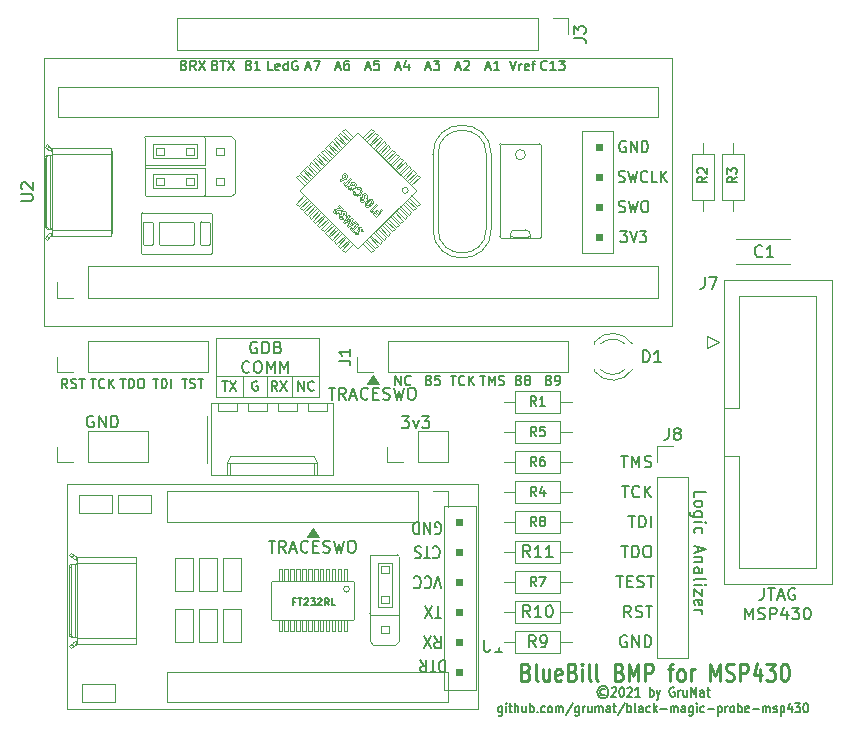
<source format=gto>
G04 #@! TF.GenerationSoftware,KiCad,Pcbnew,(5.1.12)-1*
G04 #@! TF.CreationDate,2021-11-24T17:54:44+01:00*
G04 #@! TF.ProjectId,BluePill-BMP,426c7565-5069-46c6-9c2d-424d502e6b69,rev?*
G04 #@! TF.SameCoordinates,Original*
G04 #@! TF.FileFunction,Legend,Top*
G04 #@! TF.FilePolarity,Positive*
%FSLAX46Y46*%
G04 Gerber Fmt 4.6, Leading zero omitted, Abs format (unit mm)*
G04 Created by KiCad (PCBNEW (5.1.12)-1) date 2021-11-24 17:54:44*
%MOMM*%
%LPD*%
G01*
G04 APERTURE LIST*
%ADD10C,0.150000*%
%ADD11C,0.250000*%
%ADD12C,0.120000*%
%ADD13C,0.100000*%
%ADD14O,1.700000X1.700000*%
%ADD15R,1.700000X1.700000*%
%ADD16C,1.600000*%
%ADD17O,1.400000X1.400000*%
%ADD18C,1.400000*%
%ADD19C,1.700000*%
%ADD20O,1.740000X2.190000*%
%ADD21C,1.800000*%
%ADD22R,1.800000X1.800000*%
G04 APERTURE END LIST*
D10*
X138501904Y-109791380D02*
X139073333Y-109791380D01*
X138787619Y-110791380D02*
X138787619Y-109791380D01*
X139978095Y-110791380D02*
X139644761Y-110315190D01*
X139406666Y-110791380D02*
X139406666Y-109791380D01*
X139787619Y-109791380D01*
X139882857Y-109839000D01*
X139930476Y-109886619D01*
X139978095Y-109981857D01*
X139978095Y-110124714D01*
X139930476Y-110219952D01*
X139882857Y-110267571D01*
X139787619Y-110315190D01*
X139406666Y-110315190D01*
X140359047Y-110505666D02*
X140835238Y-110505666D01*
X140263809Y-110791380D02*
X140597142Y-109791380D01*
X140930476Y-110791380D01*
X141835238Y-110696142D02*
X141787619Y-110743761D01*
X141644761Y-110791380D01*
X141549523Y-110791380D01*
X141406666Y-110743761D01*
X141311428Y-110648523D01*
X141263809Y-110553285D01*
X141216190Y-110362809D01*
X141216190Y-110219952D01*
X141263809Y-110029476D01*
X141311428Y-109934238D01*
X141406666Y-109839000D01*
X141549523Y-109791380D01*
X141644761Y-109791380D01*
X141787619Y-109839000D01*
X141835238Y-109886619D01*
X142263809Y-110267571D02*
X142597142Y-110267571D01*
X142740000Y-110791380D02*
X142263809Y-110791380D01*
X142263809Y-109791380D01*
X142740000Y-109791380D01*
X143120952Y-110743761D02*
X143263809Y-110791380D01*
X143501904Y-110791380D01*
X143597142Y-110743761D01*
X143644761Y-110696142D01*
X143692380Y-110600904D01*
X143692380Y-110505666D01*
X143644761Y-110410428D01*
X143597142Y-110362809D01*
X143501904Y-110315190D01*
X143311428Y-110267571D01*
X143216190Y-110219952D01*
X143168571Y-110172333D01*
X143120952Y-110077095D01*
X143120952Y-109981857D01*
X143168571Y-109886619D01*
X143216190Y-109839000D01*
X143311428Y-109791380D01*
X143549523Y-109791380D01*
X143692380Y-109839000D01*
X144025714Y-109791380D02*
X144263809Y-110791380D01*
X144454285Y-110077095D01*
X144644761Y-110791380D01*
X144882857Y-109791380D01*
X145454285Y-109791380D02*
X145644761Y-109791380D01*
X145740000Y-109839000D01*
X145835238Y-109934238D01*
X145882857Y-110124714D01*
X145882857Y-110458047D01*
X145835238Y-110648523D01*
X145740000Y-110743761D01*
X145644761Y-110791380D01*
X145454285Y-110791380D01*
X145359047Y-110743761D01*
X145263809Y-110648523D01*
X145216190Y-110458047D01*
X145216190Y-110124714D01*
X145263809Y-109934238D01*
X145359047Y-109839000D01*
X145454285Y-109791380D01*
X168812785Y-117840000D02*
X168717547Y-117792380D01*
X168574690Y-117792380D01*
X168431833Y-117840000D01*
X168336595Y-117935238D01*
X168288976Y-118030476D01*
X168241357Y-118220952D01*
X168241357Y-118363809D01*
X168288976Y-118554285D01*
X168336595Y-118649523D01*
X168431833Y-118744761D01*
X168574690Y-118792380D01*
X168669928Y-118792380D01*
X168812785Y-118744761D01*
X168860404Y-118697142D01*
X168860404Y-118363809D01*
X168669928Y-118363809D01*
X169288976Y-118792380D02*
X169288976Y-117792380D01*
X169860404Y-118792380D01*
X169860404Y-117792380D01*
X170336595Y-118792380D02*
X170336595Y-117792380D01*
X170574690Y-117792380D01*
X170717547Y-117840000D01*
X170812785Y-117935238D01*
X170860404Y-118030476D01*
X170908023Y-118220952D01*
X170908023Y-118363809D01*
X170860404Y-118554285D01*
X170812785Y-118649523D01*
X170717547Y-118744761D01*
X170574690Y-118792380D01*
X170336595Y-118792380D01*
X153911428Y-95803904D02*
X154368571Y-95803904D01*
X154140000Y-96603904D02*
X154140000Y-95803904D01*
X155092380Y-96527714D02*
X155054285Y-96565809D01*
X154940000Y-96603904D01*
X154863809Y-96603904D01*
X154749523Y-96565809D01*
X154673333Y-96489619D01*
X154635238Y-96413428D01*
X154597142Y-96261047D01*
X154597142Y-96146761D01*
X154635238Y-95994380D01*
X154673333Y-95918190D01*
X154749523Y-95842000D01*
X154863809Y-95803904D01*
X154940000Y-95803904D01*
X155054285Y-95842000D01*
X155092380Y-95880095D01*
X155435238Y-96603904D02*
X155435238Y-95803904D01*
X155892380Y-96603904D02*
X155549523Y-96146761D01*
X155892380Y-95803904D02*
X155435238Y-96261047D01*
X162045714Y-69857714D02*
X162007619Y-69895809D01*
X161893333Y-69933904D01*
X161817142Y-69933904D01*
X161702857Y-69895809D01*
X161626666Y-69819619D01*
X161588571Y-69743428D01*
X161550476Y-69591047D01*
X161550476Y-69476761D01*
X161588571Y-69324380D01*
X161626666Y-69248190D01*
X161702857Y-69172000D01*
X161817142Y-69133904D01*
X161893333Y-69133904D01*
X162007619Y-69172000D01*
X162045714Y-69210095D01*
X162807619Y-69933904D02*
X162350476Y-69933904D01*
X162579047Y-69933904D02*
X162579047Y-69133904D01*
X162502857Y-69248190D01*
X162426666Y-69324380D01*
X162350476Y-69362476D01*
X163074285Y-69133904D02*
X163569523Y-69133904D01*
X163302857Y-69438666D01*
X163417142Y-69438666D01*
X163493333Y-69476761D01*
X163531428Y-69514857D01*
X163569523Y-69591047D01*
X163569523Y-69781523D01*
X163531428Y-69857714D01*
X163493333Y-69895809D01*
X163417142Y-69933904D01*
X163188571Y-69933904D01*
X163112380Y-69895809D01*
X163074285Y-69857714D01*
X158934285Y-69133904D02*
X159200952Y-69933904D01*
X159467619Y-69133904D01*
X159734285Y-69933904D02*
X159734285Y-69400571D01*
X159734285Y-69552952D02*
X159772380Y-69476761D01*
X159810476Y-69438666D01*
X159886666Y-69400571D01*
X159962857Y-69400571D01*
X160534285Y-69895809D02*
X160458095Y-69933904D01*
X160305714Y-69933904D01*
X160229523Y-69895809D01*
X160191428Y-69819619D01*
X160191428Y-69514857D01*
X160229523Y-69438666D01*
X160305714Y-69400571D01*
X160458095Y-69400571D01*
X160534285Y-69438666D01*
X160572380Y-69514857D01*
X160572380Y-69591047D01*
X160191428Y-69667238D01*
X160800952Y-69400571D02*
X161105714Y-69400571D01*
X160915238Y-69933904D02*
X160915238Y-69248190D01*
X160953333Y-69172000D01*
X161029523Y-69133904D01*
X161105714Y-69133904D01*
X121481904Y-96857904D02*
X121215238Y-96476952D01*
X121024761Y-96857904D02*
X121024761Y-96057904D01*
X121329523Y-96057904D01*
X121405714Y-96096000D01*
X121443809Y-96134095D01*
X121481904Y-96210285D01*
X121481904Y-96324571D01*
X121443809Y-96400761D01*
X121405714Y-96438857D01*
X121329523Y-96476952D01*
X121024761Y-96476952D01*
X121786666Y-96819809D02*
X121900952Y-96857904D01*
X122091428Y-96857904D01*
X122167619Y-96819809D01*
X122205714Y-96781714D01*
X122243809Y-96705523D01*
X122243809Y-96629333D01*
X122205714Y-96553142D01*
X122167619Y-96515047D01*
X122091428Y-96476952D01*
X121939047Y-96438857D01*
X121862857Y-96400761D01*
X121824761Y-96362666D01*
X121786666Y-96286476D01*
X121786666Y-96210285D01*
X121824761Y-96134095D01*
X121862857Y-96096000D01*
X121939047Y-96057904D01*
X122129523Y-96057904D01*
X122243809Y-96096000D01*
X122472380Y-96057904D02*
X122929523Y-96057904D01*
X122700952Y-96857904D02*
X122700952Y-96057904D01*
X156413333Y-95803904D02*
X156870476Y-95803904D01*
X156641904Y-96603904D02*
X156641904Y-95803904D01*
X157137142Y-96603904D02*
X157137142Y-95803904D01*
X157403809Y-96375333D01*
X157670476Y-95803904D01*
X157670476Y-96603904D01*
X158013333Y-96565809D02*
X158127619Y-96603904D01*
X158318095Y-96603904D01*
X158394285Y-96565809D01*
X158432380Y-96527714D01*
X158470476Y-96451523D01*
X158470476Y-96375333D01*
X158432380Y-96299142D01*
X158394285Y-96261047D01*
X158318095Y-96222952D01*
X158165714Y-96184857D01*
X158089523Y-96146761D01*
X158051428Y-96108666D01*
X158013333Y-96032476D01*
X158013333Y-95956285D01*
X158051428Y-95880095D01*
X158089523Y-95842000D01*
X158165714Y-95803904D01*
X158356190Y-95803904D01*
X158470476Y-95842000D01*
X131165714Y-96057904D02*
X131622857Y-96057904D01*
X131394285Y-96857904D02*
X131394285Y-96057904D01*
X131851428Y-96819809D02*
X131965714Y-96857904D01*
X132156190Y-96857904D01*
X132232380Y-96819809D01*
X132270476Y-96781714D01*
X132308571Y-96705523D01*
X132308571Y-96629333D01*
X132270476Y-96553142D01*
X132232380Y-96515047D01*
X132156190Y-96476952D01*
X132003809Y-96438857D01*
X131927619Y-96400761D01*
X131889523Y-96362666D01*
X131851428Y-96286476D01*
X131851428Y-96210285D01*
X131889523Y-96134095D01*
X131927619Y-96096000D01*
X132003809Y-96057904D01*
X132194285Y-96057904D01*
X132308571Y-96096000D01*
X132537142Y-96057904D02*
X132994285Y-96057904D01*
X132765714Y-96857904D02*
X132765714Y-96057904D01*
X123431428Y-96057904D02*
X123888571Y-96057904D01*
X123660000Y-96857904D02*
X123660000Y-96057904D01*
X124612380Y-96781714D02*
X124574285Y-96819809D01*
X124460000Y-96857904D01*
X124383809Y-96857904D01*
X124269523Y-96819809D01*
X124193333Y-96743619D01*
X124155238Y-96667428D01*
X124117142Y-96515047D01*
X124117142Y-96400761D01*
X124155238Y-96248380D01*
X124193333Y-96172190D01*
X124269523Y-96096000D01*
X124383809Y-96057904D01*
X124460000Y-96057904D01*
X124574285Y-96096000D01*
X124612380Y-96134095D01*
X124955238Y-96857904D02*
X124955238Y-96057904D01*
X125412380Y-96857904D02*
X125069523Y-96400761D01*
X125412380Y-96057904D02*
X124955238Y-96515047D01*
X125952380Y-96057904D02*
X126409523Y-96057904D01*
X126180952Y-96857904D02*
X126180952Y-96057904D01*
X126676190Y-96857904D02*
X126676190Y-96057904D01*
X126866666Y-96057904D01*
X126980952Y-96096000D01*
X127057142Y-96172190D01*
X127095238Y-96248380D01*
X127133333Y-96400761D01*
X127133333Y-96515047D01*
X127095238Y-96667428D01*
X127057142Y-96743619D01*
X126980952Y-96819809D01*
X126866666Y-96857904D01*
X126676190Y-96857904D01*
X127628571Y-96057904D02*
X127780952Y-96057904D01*
X127857142Y-96096000D01*
X127933333Y-96172190D01*
X127971428Y-96324571D01*
X127971428Y-96591238D01*
X127933333Y-96743619D01*
X127857142Y-96819809D01*
X127780952Y-96857904D01*
X127628571Y-96857904D01*
X127552380Y-96819809D01*
X127476190Y-96743619D01*
X127438095Y-96591238D01*
X127438095Y-96324571D01*
X127476190Y-96172190D01*
X127552380Y-96096000D01*
X127628571Y-96057904D01*
X128720952Y-96057904D02*
X129178095Y-96057904D01*
X128949523Y-96857904D02*
X128949523Y-96057904D01*
X129444761Y-96857904D02*
X129444761Y-96057904D01*
X129635238Y-96057904D01*
X129749523Y-96096000D01*
X129825714Y-96172190D01*
X129863809Y-96248380D01*
X129901904Y-96400761D01*
X129901904Y-96515047D01*
X129863809Y-96667428D01*
X129825714Y-96743619D01*
X129749523Y-96819809D01*
X129635238Y-96857904D01*
X129444761Y-96857904D01*
X130244761Y-96857904D02*
X130244761Y-96057904D01*
X138842857Y-69933904D02*
X138461904Y-69933904D01*
X138461904Y-69133904D01*
X139414285Y-69895809D02*
X139338095Y-69933904D01*
X139185714Y-69933904D01*
X139109523Y-69895809D01*
X139071428Y-69819619D01*
X139071428Y-69514857D01*
X139109523Y-69438666D01*
X139185714Y-69400571D01*
X139338095Y-69400571D01*
X139414285Y-69438666D01*
X139452380Y-69514857D01*
X139452380Y-69591047D01*
X139071428Y-69667238D01*
X140138095Y-69933904D02*
X140138095Y-69133904D01*
X140138095Y-69895809D02*
X140061904Y-69933904D01*
X139909523Y-69933904D01*
X139833333Y-69895809D01*
X139795238Y-69857714D01*
X139757142Y-69781523D01*
X139757142Y-69552952D01*
X139795238Y-69476761D01*
X139833333Y-69438666D01*
X139909523Y-69400571D01*
X140061904Y-69400571D01*
X140138095Y-69438666D01*
X140938095Y-69172000D02*
X140861904Y-69133904D01*
X140747619Y-69133904D01*
X140633333Y-69172000D01*
X140557142Y-69248190D01*
X140519047Y-69324380D01*
X140480952Y-69476761D01*
X140480952Y-69591047D01*
X140519047Y-69743428D01*
X140557142Y-69819619D01*
X140633333Y-69895809D01*
X140747619Y-69933904D01*
X140823809Y-69933904D01*
X140938095Y-69895809D01*
X140976190Y-69857714D01*
X140976190Y-69591047D01*
X140823809Y-69591047D01*
X136836190Y-69514857D02*
X136950476Y-69552952D01*
X136988571Y-69591047D01*
X137026666Y-69667238D01*
X137026666Y-69781523D01*
X136988571Y-69857714D01*
X136950476Y-69895809D01*
X136874285Y-69933904D01*
X136569523Y-69933904D01*
X136569523Y-69133904D01*
X136836190Y-69133904D01*
X136912380Y-69172000D01*
X136950476Y-69210095D01*
X136988571Y-69286285D01*
X136988571Y-69362476D01*
X136950476Y-69438666D01*
X136912380Y-69476761D01*
X136836190Y-69514857D01*
X136569523Y-69514857D01*
X137788571Y-69933904D02*
X137331428Y-69933904D01*
X137560000Y-69933904D02*
X137560000Y-69133904D01*
X137483809Y-69248190D01*
X137407619Y-69324380D01*
X137331428Y-69362476D01*
X133991428Y-69514857D02*
X134105714Y-69552952D01*
X134143809Y-69591047D01*
X134181904Y-69667238D01*
X134181904Y-69781523D01*
X134143809Y-69857714D01*
X134105714Y-69895809D01*
X134029523Y-69933904D01*
X133724761Y-69933904D01*
X133724761Y-69133904D01*
X133991428Y-69133904D01*
X134067619Y-69172000D01*
X134105714Y-69210095D01*
X134143809Y-69286285D01*
X134143809Y-69362476D01*
X134105714Y-69438666D01*
X134067619Y-69476761D01*
X133991428Y-69514857D01*
X133724761Y-69514857D01*
X134410476Y-69133904D02*
X134867619Y-69133904D01*
X134639047Y-69933904D02*
X134639047Y-69133904D01*
X135058095Y-69133904D02*
X135591428Y-69933904D01*
X135591428Y-69133904D02*
X135058095Y-69933904D01*
X131356190Y-69514857D02*
X131470476Y-69552952D01*
X131508571Y-69591047D01*
X131546666Y-69667238D01*
X131546666Y-69781523D01*
X131508571Y-69857714D01*
X131470476Y-69895809D01*
X131394285Y-69933904D01*
X131089523Y-69933904D01*
X131089523Y-69133904D01*
X131356190Y-69133904D01*
X131432380Y-69172000D01*
X131470476Y-69210095D01*
X131508571Y-69286285D01*
X131508571Y-69362476D01*
X131470476Y-69438666D01*
X131432380Y-69476761D01*
X131356190Y-69514857D01*
X131089523Y-69514857D01*
X132346666Y-69933904D02*
X132080000Y-69552952D01*
X131889523Y-69933904D02*
X131889523Y-69133904D01*
X132194285Y-69133904D01*
X132270476Y-69172000D01*
X132308571Y-69210095D01*
X132346666Y-69286285D01*
X132346666Y-69400571D01*
X132308571Y-69476761D01*
X132270476Y-69514857D01*
X132194285Y-69552952D01*
X131889523Y-69552952D01*
X132613333Y-69133904D02*
X133146666Y-69933904D01*
X133146666Y-69133904D02*
X132613333Y-69933904D01*
X162236190Y-96184857D02*
X162350476Y-96222952D01*
X162388571Y-96261047D01*
X162426666Y-96337238D01*
X162426666Y-96451523D01*
X162388571Y-96527714D01*
X162350476Y-96565809D01*
X162274285Y-96603904D01*
X161969523Y-96603904D01*
X161969523Y-95803904D01*
X162236190Y-95803904D01*
X162312380Y-95842000D01*
X162350476Y-95880095D01*
X162388571Y-95956285D01*
X162388571Y-96032476D01*
X162350476Y-96108666D01*
X162312380Y-96146761D01*
X162236190Y-96184857D01*
X161969523Y-96184857D01*
X162807619Y-96603904D02*
X162960000Y-96603904D01*
X163036190Y-96565809D01*
X163074285Y-96527714D01*
X163150476Y-96413428D01*
X163188571Y-96261047D01*
X163188571Y-95956285D01*
X163150476Y-95880095D01*
X163112380Y-95842000D01*
X163036190Y-95803904D01*
X162883809Y-95803904D01*
X162807619Y-95842000D01*
X162769523Y-95880095D01*
X162731428Y-95956285D01*
X162731428Y-96146761D01*
X162769523Y-96222952D01*
X162807619Y-96261047D01*
X162883809Y-96299142D01*
X163036190Y-96299142D01*
X163112380Y-96261047D01*
X163150476Y-96222952D01*
X163188571Y-96146761D01*
X159696190Y-96184857D02*
X159810476Y-96222952D01*
X159848571Y-96261047D01*
X159886666Y-96337238D01*
X159886666Y-96451523D01*
X159848571Y-96527714D01*
X159810476Y-96565809D01*
X159734285Y-96603904D01*
X159429523Y-96603904D01*
X159429523Y-95803904D01*
X159696190Y-95803904D01*
X159772380Y-95842000D01*
X159810476Y-95880095D01*
X159848571Y-95956285D01*
X159848571Y-96032476D01*
X159810476Y-96108666D01*
X159772380Y-96146761D01*
X159696190Y-96184857D01*
X159429523Y-96184857D01*
X160343809Y-96146761D02*
X160267619Y-96108666D01*
X160229523Y-96070571D01*
X160191428Y-95994380D01*
X160191428Y-95956285D01*
X160229523Y-95880095D01*
X160267619Y-95842000D01*
X160343809Y-95803904D01*
X160496190Y-95803904D01*
X160572380Y-95842000D01*
X160610476Y-95880095D01*
X160648571Y-95956285D01*
X160648571Y-95994380D01*
X160610476Y-96070571D01*
X160572380Y-96108666D01*
X160496190Y-96146761D01*
X160343809Y-96146761D01*
X160267619Y-96184857D01*
X160229523Y-96222952D01*
X160191428Y-96299142D01*
X160191428Y-96451523D01*
X160229523Y-96527714D01*
X160267619Y-96565809D01*
X160343809Y-96603904D01*
X160496190Y-96603904D01*
X160572380Y-96565809D01*
X160610476Y-96527714D01*
X160648571Y-96451523D01*
X160648571Y-96299142D01*
X160610476Y-96222952D01*
X160572380Y-96184857D01*
X160496190Y-96146761D01*
X149231428Y-96603904D02*
X149231428Y-95803904D01*
X149688571Y-96603904D01*
X149688571Y-95803904D01*
X150526666Y-96527714D02*
X150488571Y-96565809D01*
X150374285Y-96603904D01*
X150298095Y-96603904D01*
X150183809Y-96565809D01*
X150107619Y-96489619D01*
X150069523Y-96413428D01*
X150031428Y-96261047D01*
X150031428Y-96146761D01*
X150069523Y-95994380D01*
X150107619Y-95918190D01*
X150183809Y-95842000D01*
X150298095Y-95803904D01*
X150374285Y-95803904D01*
X150488571Y-95842000D01*
X150526666Y-95880095D01*
X141668571Y-69705333D02*
X142049523Y-69705333D01*
X141592380Y-69933904D02*
X141859047Y-69133904D01*
X142125714Y-69933904D01*
X142316190Y-69133904D02*
X142849523Y-69133904D01*
X142506666Y-69933904D01*
X146748571Y-69705333D02*
X147129523Y-69705333D01*
X146672380Y-69933904D02*
X146939047Y-69133904D01*
X147205714Y-69933904D01*
X147853333Y-69133904D02*
X147472380Y-69133904D01*
X147434285Y-69514857D01*
X147472380Y-69476761D01*
X147548571Y-69438666D01*
X147739047Y-69438666D01*
X147815238Y-69476761D01*
X147853333Y-69514857D01*
X147891428Y-69591047D01*
X147891428Y-69781523D01*
X147853333Y-69857714D01*
X147815238Y-69895809D01*
X147739047Y-69933904D01*
X147548571Y-69933904D01*
X147472380Y-69895809D01*
X147434285Y-69857714D01*
X149288571Y-69705333D02*
X149669523Y-69705333D01*
X149212380Y-69933904D02*
X149479047Y-69133904D01*
X149745714Y-69933904D01*
X150355238Y-69400571D02*
X150355238Y-69933904D01*
X150164761Y-69095809D02*
X149974285Y-69667238D01*
X150469523Y-69667238D01*
X152076190Y-96184857D02*
X152190476Y-96222952D01*
X152228571Y-96261047D01*
X152266666Y-96337238D01*
X152266666Y-96451523D01*
X152228571Y-96527714D01*
X152190476Y-96565809D01*
X152114285Y-96603904D01*
X151809523Y-96603904D01*
X151809523Y-95803904D01*
X152076190Y-95803904D01*
X152152380Y-95842000D01*
X152190476Y-95880095D01*
X152228571Y-95956285D01*
X152228571Y-96032476D01*
X152190476Y-96108666D01*
X152152380Y-96146761D01*
X152076190Y-96184857D01*
X151809523Y-96184857D01*
X152990476Y-95803904D02*
X152609523Y-95803904D01*
X152571428Y-96184857D01*
X152609523Y-96146761D01*
X152685714Y-96108666D01*
X152876190Y-96108666D01*
X152952380Y-96146761D01*
X152990476Y-96184857D01*
X153028571Y-96261047D01*
X153028571Y-96451523D01*
X152990476Y-96527714D01*
X152952380Y-96565809D01*
X152876190Y-96603904D01*
X152685714Y-96603904D01*
X152609523Y-96565809D01*
X152571428Y-96527714D01*
X144208571Y-69705333D02*
X144589523Y-69705333D01*
X144132380Y-69933904D02*
X144399047Y-69133904D01*
X144665714Y-69933904D01*
X145275238Y-69133904D02*
X145122857Y-69133904D01*
X145046666Y-69172000D01*
X145008571Y-69210095D01*
X144932380Y-69324380D01*
X144894285Y-69476761D01*
X144894285Y-69781523D01*
X144932380Y-69857714D01*
X144970476Y-69895809D01*
X145046666Y-69933904D01*
X145199047Y-69933904D01*
X145275238Y-69895809D01*
X145313333Y-69857714D01*
X145351428Y-69781523D01*
X145351428Y-69591047D01*
X145313333Y-69514857D01*
X145275238Y-69476761D01*
X145199047Y-69438666D01*
X145046666Y-69438666D01*
X144970476Y-69476761D01*
X144932380Y-69514857D01*
X144894285Y-69591047D01*
X156908571Y-69705333D02*
X157289523Y-69705333D01*
X156832380Y-69933904D02*
X157099047Y-69133904D01*
X157365714Y-69933904D01*
X158051428Y-69933904D02*
X157594285Y-69933904D01*
X157822857Y-69933904D02*
X157822857Y-69133904D01*
X157746666Y-69248190D01*
X157670476Y-69324380D01*
X157594285Y-69362476D01*
X151828571Y-69705333D02*
X152209523Y-69705333D01*
X151752380Y-69933904D02*
X152019047Y-69133904D01*
X152285714Y-69933904D01*
X152476190Y-69133904D02*
X152971428Y-69133904D01*
X152704761Y-69438666D01*
X152819047Y-69438666D01*
X152895238Y-69476761D01*
X152933333Y-69514857D01*
X152971428Y-69591047D01*
X152971428Y-69781523D01*
X152933333Y-69857714D01*
X152895238Y-69895809D01*
X152819047Y-69933904D01*
X152590476Y-69933904D01*
X152514285Y-69895809D01*
X152476190Y-69857714D01*
X154368571Y-69705333D02*
X154749523Y-69705333D01*
X154292380Y-69933904D02*
X154559047Y-69133904D01*
X154825714Y-69933904D01*
X155054285Y-69210095D02*
X155092380Y-69172000D01*
X155168571Y-69133904D01*
X155359047Y-69133904D01*
X155435238Y-69172000D01*
X155473333Y-69210095D01*
X155511428Y-69286285D01*
X155511428Y-69362476D01*
X155473333Y-69476761D01*
X155016190Y-69933904D01*
X155511428Y-69933904D01*
D11*
X160310285Y-120899857D02*
X160481714Y-120971285D01*
X160538857Y-121042714D01*
X160596000Y-121185571D01*
X160596000Y-121399857D01*
X160538857Y-121542714D01*
X160481714Y-121614142D01*
X160367428Y-121685571D01*
X159910285Y-121685571D01*
X159910285Y-120185571D01*
X160310285Y-120185571D01*
X160424571Y-120257000D01*
X160481714Y-120328428D01*
X160538857Y-120471285D01*
X160538857Y-120614142D01*
X160481714Y-120757000D01*
X160424571Y-120828428D01*
X160310285Y-120899857D01*
X159910285Y-120899857D01*
X161281714Y-121685571D02*
X161167428Y-121614142D01*
X161110285Y-121471285D01*
X161110285Y-120185571D01*
X162253142Y-120685571D02*
X162253142Y-121685571D01*
X161738857Y-120685571D02*
X161738857Y-121471285D01*
X161796000Y-121614142D01*
X161910285Y-121685571D01*
X162081714Y-121685571D01*
X162196000Y-121614142D01*
X162253142Y-121542714D01*
X163281714Y-121614142D02*
X163167428Y-121685571D01*
X162938857Y-121685571D01*
X162824571Y-121614142D01*
X162767428Y-121471285D01*
X162767428Y-120899857D01*
X162824571Y-120757000D01*
X162938857Y-120685571D01*
X163167428Y-120685571D01*
X163281714Y-120757000D01*
X163338857Y-120899857D01*
X163338857Y-121042714D01*
X162767428Y-121185571D01*
X164253142Y-120899857D02*
X164424571Y-120971285D01*
X164481714Y-121042714D01*
X164538857Y-121185571D01*
X164538857Y-121399857D01*
X164481714Y-121542714D01*
X164424571Y-121614142D01*
X164310285Y-121685571D01*
X163853142Y-121685571D01*
X163853142Y-120185571D01*
X164253142Y-120185571D01*
X164367428Y-120257000D01*
X164424571Y-120328428D01*
X164481714Y-120471285D01*
X164481714Y-120614142D01*
X164424571Y-120757000D01*
X164367428Y-120828428D01*
X164253142Y-120899857D01*
X163853142Y-120899857D01*
X165053142Y-121685571D02*
X165053142Y-120685571D01*
X165053142Y-120185571D02*
X164996000Y-120257000D01*
X165053142Y-120328428D01*
X165110285Y-120257000D01*
X165053142Y-120185571D01*
X165053142Y-120328428D01*
X165796000Y-121685571D02*
X165681714Y-121614142D01*
X165624571Y-121471285D01*
X165624571Y-120185571D01*
X166424571Y-121685571D02*
X166310285Y-121614142D01*
X166253142Y-121471285D01*
X166253142Y-120185571D01*
X168196000Y-120899857D02*
X168367428Y-120971285D01*
X168424571Y-121042714D01*
X168481714Y-121185571D01*
X168481714Y-121399857D01*
X168424571Y-121542714D01*
X168367428Y-121614142D01*
X168253142Y-121685571D01*
X167796000Y-121685571D01*
X167796000Y-120185571D01*
X168196000Y-120185571D01*
X168310285Y-120257000D01*
X168367428Y-120328428D01*
X168424571Y-120471285D01*
X168424571Y-120614142D01*
X168367428Y-120757000D01*
X168310285Y-120828428D01*
X168196000Y-120899857D01*
X167796000Y-120899857D01*
X168996000Y-121685571D02*
X168996000Y-120185571D01*
X169396000Y-121257000D01*
X169796000Y-120185571D01*
X169796000Y-121685571D01*
X170367428Y-121685571D02*
X170367428Y-120185571D01*
X170824571Y-120185571D01*
X170938857Y-120257000D01*
X170996000Y-120328428D01*
X171053142Y-120471285D01*
X171053142Y-120685571D01*
X170996000Y-120828428D01*
X170938857Y-120899857D01*
X170824571Y-120971285D01*
X170367428Y-120971285D01*
X172310285Y-120685571D02*
X172767428Y-120685571D01*
X172481714Y-121685571D02*
X172481714Y-120399857D01*
X172538857Y-120257000D01*
X172653142Y-120185571D01*
X172767428Y-120185571D01*
X173338857Y-121685571D02*
X173224571Y-121614142D01*
X173167428Y-121542714D01*
X173110285Y-121399857D01*
X173110285Y-120971285D01*
X173167428Y-120828428D01*
X173224571Y-120757000D01*
X173338857Y-120685571D01*
X173510285Y-120685571D01*
X173624571Y-120757000D01*
X173681714Y-120828428D01*
X173738857Y-120971285D01*
X173738857Y-121399857D01*
X173681714Y-121542714D01*
X173624571Y-121614142D01*
X173510285Y-121685571D01*
X173338857Y-121685571D01*
X174253142Y-121685571D02*
X174253142Y-120685571D01*
X174253142Y-120971285D02*
X174310285Y-120828428D01*
X174367428Y-120757000D01*
X174481714Y-120685571D01*
X174596000Y-120685571D01*
X175910285Y-121685571D02*
X175910285Y-120185571D01*
X176310285Y-121257000D01*
X176710285Y-120185571D01*
X176710285Y-121685571D01*
X177224571Y-121614142D02*
X177396000Y-121685571D01*
X177681714Y-121685571D01*
X177796000Y-121614142D01*
X177853142Y-121542714D01*
X177910285Y-121399857D01*
X177910285Y-121257000D01*
X177853142Y-121114142D01*
X177796000Y-121042714D01*
X177681714Y-120971285D01*
X177453142Y-120899857D01*
X177338857Y-120828428D01*
X177281714Y-120757000D01*
X177224571Y-120614142D01*
X177224571Y-120471285D01*
X177281714Y-120328428D01*
X177338857Y-120257000D01*
X177453142Y-120185571D01*
X177738857Y-120185571D01*
X177910285Y-120257000D01*
X178424571Y-121685571D02*
X178424571Y-120185571D01*
X178881714Y-120185571D01*
X178996000Y-120257000D01*
X179053142Y-120328428D01*
X179110285Y-120471285D01*
X179110285Y-120685571D01*
X179053142Y-120828428D01*
X178996000Y-120899857D01*
X178881714Y-120971285D01*
X178424571Y-120971285D01*
X180138857Y-120685571D02*
X180138857Y-121685571D01*
X179853142Y-120114142D02*
X179567428Y-121185571D01*
X180310285Y-121185571D01*
X180653142Y-120185571D02*
X181396000Y-120185571D01*
X180996000Y-120757000D01*
X181167428Y-120757000D01*
X181281714Y-120828428D01*
X181338857Y-120899857D01*
X181396000Y-121042714D01*
X181396000Y-121399857D01*
X181338857Y-121542714D01*
X181281714Y-121614142D01*
X181167428Y-121685571D01*
X180824571Y-121685571D01*
X180710285Y-121614142D01*
X180653142Y-121542714D01*
X182138857Y-120185571D02*
X182253142Y-120185571D01*
X182367428Y-120257000D01*
X182424571Y-120328428D01*
X182481714Y-120471285D01*
X182538857Y-120757000D01*
X182538857Y-121114142D01*
X182481714Y-121399857D01*
X182424571Y-121542714D01*
X182367428Y-121614142D01*
X182253142Y-121685571D01*
X182138857Y-121685571D01*
X182024571Y-121614142D01*
X181967428Y-121542714D01*
X181910285Y-121399857D01*
X181853142Y-121114142D01*
X181853142Y-120757000D01*
X181910285Y-120471285D01*
X181967428Y-120328428D01*
X182024571Y-120257000D01*
X182138857Y-120185571D01*
D10*
X166952333Y-122370380D02*
X166885666Y-122332285D01*
X166752333Y-122332285D01*
X166685666Y-122370380D01*
X166619000Y-122446571D01*
X166585666Y-122522761D01*
X166585666Y-122675142D01*
X166619000Y-122751333D01*
X166685666Y-122827523D01*
X166752333Y-122865619D01*
X166885666Y-122865619D01*
X166952333Y-122827523D01*
X166819000Y-122065619D02*
X166652333Y-122103714D01*
X166485666Y-122218000D01*
X166385666Y-122408476D01*
X166352333Y-122598952D01*
X166385666Y-122789428D01*
X166485666Y-122979904D01*
X166652333Y-123094190D01*
X166819000Y-123132285D01*
X166985666Y-123094190D01*
X167152333Y-122979904D01*
X167252333Y-122789428D01*
X167285666Y-122598952D01*
X167252333Y-122408476D01*
X167152333Y-122218000D01*
X166985666Y-122103714D01*
X166819000Y-122065619D01*
X167552333Y-122256095D02*
X167585666Y-122218000D01*
X167652333Y-122179904D01*
X167819000Y-122179904D01*
X167885666Y-122218000D01*
X167919000Y-122256095D01*
X167952333Y-122332285D01*
X167952333Y-122408476D01*
X167919000Y-122522761D01*
X167519000Y-122979904D01*
X167952333Y-122979904D01*
X168385666Y-122179904D02*
X168452333Y-122179904D01*
X168519000Y-122218000D01*
X168552333Y-122256095D01*
X168585666Y-122332285D01*
X168619000Y-122484666D01*
X168619000Y-122675142D01*
X168585666Y-122827523D01*
X168552333Y-122903714D01*
X168519000Y-122941809D01*
X168452333Y-122979904D01*
X168385666Y-122979904D01*
X168319000Y-122941809D01*
X168285666Y-122903714D01*
X168252333Y-122827523D01*
X168219000Y-122675142D01*
X168219000Y-122484666D01*
X168252333Y-122332285D01*
X168285666Y-122256095D01*
X168319000Y-122218000D01*
X168385666Y-122179904D01*
X168885666Y-122256095D02*
X168919000Y-122218000D01*
X168985666Y-122179904D01*
X169152333Y-122179904D01*
X169219000Y-122218000D01*
X169252333Y-122256095D01*
X169285666Y-122332285D01*
X169285666Y-122408476D01*
X169252333Y-122522761D01*
X168852333Y-122979904D01*
X169285666Y-122979904D01*
X169952333Y-122979904D02*
X169552333Y-122979904D01*
X169752333Y-122979904D02*
X169752333Y-122179904D01*
X169685666Y-122294190D01*
X169619000Y-122370380D01*
X169552333Y-122408476D01*
X170785666Y-122979904D02*
X170785666Y-122179904D01*
X170785666Y-122484666D02*
X170852333Y-122446571D01*
X170985666Y-122446571D01*
X171052333Y-122484666D01*
X171085666Y-122522761D01*
X171119000Y-122598952D01*
X171119000Y-122827523D01*
X171085666Y-122903714D01*
X171052333Y-122941809D01*
X170985666Y-122979904D01*
X170852333Y-122979904D01*
X170785666Y-122941809D01*
X171352333Y-122446571D02*
X171519000Y-122979904D01*
X171685666Y-122446571D02*
X171519000Y-122979904D01*
X171452333Y-123170380D01*
X171419000Y-123208476D01*
X171352333Y-123246571D01*
X172852333Y-122218000D02*
X172785666Y-122179904D01*
X172685666Y-122179904D01*
X172585666Y-122218000D01*
X172519000Y-122294190D01*
X172485666Y-122370380D01*
X172452333Y-122522761D01*
X172452333Y-122637047D01*
X172485666Y-122789428D01*
X172519000Y-122865619D01*
X172585666Y-122941809D01*
X172685666Y-122979904D01*
X172752333Y-122979904D01*
X172852333Y-122941809D01*
X172885666Y-122903714D01*
X172885666Y-122637047D01*
X172752333Y-122637047D01*
X173185666Y-122979904D02*
X173185666Y-122446571D01*
X173185666Y-122598952D02*
X173219000Y-122522761D01*
X173252333Y-122484666D01*
X173319000Y-122446571D01*
X173385666Y-122446571D01*
X173919000Y-122446571D02*
X173919000Y-122979904D01*
X173619000Y-122446571D02*
X173619000Y-122865619D01*
X173652333Y-122941809D01*
X173719000Y-122979904D01*
X173819000Y-122979904D01*
X173885666Y-122941809D01*
X173919000Y-122903714D01*
X174252333Y-122979904D02*
X174252333Y-122179904D01*
X174485666Y-122751333D01*
X174719000Y-122179904D01*
X174719000Y-122979904D01*
X175352333Y-122979904D02*
X175352333Y-122560857D01*
X175319000Y-122484666D01*
X175252333Y-122446571D01*
X175119000Y-122446571D01*
X175052333Y-122484666D01*
X175352333Y-122941809D02*
X175285666Y-122979904D01*
X175119000Y-122979904D01*
X175052333Y-122941809D01*
X175019000Y-122865619D01*
X175019000Y-122789428D01*
X175052333Y-122713238D01*
X175119000Y-122675142D01*
X175285666Y-122675142D01*
X175352333Y-122637047D01*
X175585666Y-122446571D02*
X175852333Y-122446571D01*
X175685666Y-122179904D02*
X175685666Y-122865619D01*
X175719000Y-122941809D01*
X175785666Y-122979904D01*
X175852333Y-122979904D01*
X158285666Y-123796571D02*
X158285666Y-124444190D01*
X158252333Y-124520380D01*
X158219000Y-124558476D01*
X158152333Y-124596571D01*
X158052333Y-124596571D01*
X157985666Y-124558476D01*
X158285666Y-124291809D02*
X158219000Y-124329904D01*
X158085666Y-124329904D01*
X158019000Y-124291809D01*
X157985666Y-124253714D01*
X157952333Y-124177523D01*
X157952333Y-123948952D01*
X157985666Y-123872761D01*
X158019000Y-123834666D01*
X158085666Y-123796571D01*
X158219000Y-123796571D01*
X158285666Y-123834666D01*
X158619000Y-124329904D02*
X158619000Y-123796571D01*
X158619000Y-123529904D02*
X158585666Y-123568000D01*
X158619000Y-123606095D01*
X158652333Y-123568000D01*
X158619000Y-123529904D01*
X158619000Y-123606095D01*
X158852333Y-123796571D02*
X159119000Y-123796571D01*
X158952333Y-123529904D02*
X158952333Y-124215619D01*
X158985666Y-124291809D01*
X159052333Y-124329904D01*
X159119000Y-124329904D01*
X159352333Y-124329904D02*
X159352333Y-123529904D01*
X159652333Y-124329904D02*
X159652333Y-123910857D01*
X159619000Y-123834666D01*
X159552333Y-123796571D01*
X159452333Y-123796571D01*
X159385666Y-123834666D01*
X159352333Y-123872761D01*
X160285666Y-123796571D02*
X160285666Y-124329904D01*
X159985666Y-123796571D02*
X159985666Y-124215619D01*
X160019000Y-124291809D01*
X160085666Y-124329904D01*
X160185666Y-124329904D01*
X160252333Y-124291809D01*
X160285666Y-124253714D01*
X160619000Y-124329904D02*
X160619000Y-123529904D01*
X160619000Y-123834666D02*
X160685666Y-123796571D01*
X160819000Y-123796571D01*
X160885666Y-123834666D01*
X160919000Y-123872761D01*
X160952333Y-123948952D01*
X160952333Y-124177523D01*
X160919000Y-124253714D01*
X160885666Y-124291809D01*
X160819000Y-124329904D01*
X160685666Y-124329904D01*
X160619000Y-124291809D01*
X161252333Y-124253714D02*
X161285666Y-124291809D01*
X161252333Y-124329904D01*
X161219000Y-124291809D01*
X161252333Y-124253714D01*
X161252333Y-124329904D01*
X161885666Y-124291809D02*
X161819000Y-124329904D01*
X161685666Y-124329904D01*
X161619000Y-124291809D01*
X161585666Y-124253714D01*
X161552333Y-124177523D01*
X161552333Y-123948952D01*
X161585666Y-123872761D01*
X161619000Y-123834666D01*
X161685666Y-123796571D01*
X161819000Y-123796571D01*
X161885666Y-123834666D01*
X162285666Y-124329904D02*
X162219000Y-124291809D01*
X162185666Y-124253714D01*
X162152333Y-124177523D01*
X162152333Y-123948952D01*
X162185666Y-123872761D01*
X162219000Y-123834666D01*
X162285666Y-123796571D01*
X162385666Y-123796571D01*
X162452333Y-123834666D01*
X162485666Y-123872761D01*
X162519000Y-123948952D01*
X162519000Y-124177523D01*
X162485666Y-124253714D01*
X162452333Y-124291809D01*
X162385666Y-124329904D01*
X162285666Y-124329904D01*
X162819000Y-124329904D02*
X162819000Y-123796571D01*
X162819000Y-123872761D02*
X162852333Y-123834666D01*
X162919000Y-123796571D01*
X163019000Y-123796571D01*
X163085666Y-123834666D01*
X163119000Y-123910857D01*
X163119000Y-124329904D01*
X163119000Y-123910857D02*
X163152333Y-123834666D01*
X163219000Y-123796571D01*
X163319000Y-123796571D01*
X163385666Y-123834666D01*
X163419000Y-123910857D01*
X163419000Y-124329904D01*
X164252333Y-123491809D02*
X163652333Y-124520380D01*
X164785666Y-123796571D02*
X164785666Y-124444190D01*
X164752333Y-124520380D01*
X164719000Y-124558476D01*
X164652333Y-124596571D01*
X164552333Y-124596571D01*
X164485666Y-124558476D01*
X164785666Y-124291809D02*
X164719000Y-124329904D01*
X164585666Y-124329904D01*
X164519000Y-124291809D01*
X164485666Y-124253714D01*
X164452333Y-124177523D01*
X164452333Y-123948952D01*
X164485666Y-123872761D01*
X164519000Y-123834666D01*
X164585666Y-123796571D01*
X164719000Y-123796571D01*
X164785666Y-123834666D01*
X165119000Y-124329904D02*
X165119000Y-123796571D01*
X165119000Y-123948952D02*
X165152333Y-123872761D01*
X165185666Y-123834666D01*
X165252333Y-123796571D01*
X165319000Y-123796571D01*
X165852333Y-123796571D02*
X165852333Y-124329904D01*
X165552333Y-123796571D02*
X165552333Y-124215619D01*
X165585666Y-124291809D01*
X165652333Y-124329904D01*
X165752333Y-124329904D01*
X165819000Y-124291809D01*
X165852333Y-124253714D01*
X166185666Y-124329904D02*
X166185666Y-123796571D01*
X166185666Y-123872761D02*
X166219000Y-123834666D01*
X166285666Y-123796571D01*
X166385666Y-123796571D01*
X166452333Y-123834666D01*
X166485666Y-123910857D01*
X166485666Y-124329904D01*
X166485666Y-123910857D02*
X166519000Y-123834666D01*
X166585666Y-123796571D01*
X166685666Y-123796571D01*
X166752333Y-123834666D01*
X166785666Y-123910857D01*
X166785666Y-124329904D01*
X167419000Y-124329904D02*
X167419000Y-123910857D01*
X167385666Y-123834666D01*
X167319000Y-123796571D01*
X167185666Y-123796571D01*
X167119000Y-123834666D01*
X167419000Y-124291809D02*
X167352333Y-124329904D01*
X167185666Y-124329904D01*
X167119000Y-124291809D01*
X167085666Y-124215619D01*
X167085666Y-124139428D01*
X167119000Y-124063238D01*
X167185666Y-124025142D01*
X167352333Y-124025142D01*
X167419000Y-123987047D01*
X167652333Y-123796571D02*
X167919000Y-123796571D01*
X167752333Y-123529904D02*
X167752333Y-124215619D01*
X167785666Y-124291809D01*
X167852333Y-124329904D01*
X167919000Y-124329904D01*
X168652333Y-123491809D02*
X168052333Y-124520380D01*
X168885666Y-124329904D02*
X168885666Y-123529904D01*
X168885666Y-123834666D02*
X168952333Y-123796571D01*
X169085666Y-123796571D01*
X169152333Y-123834666D01*
X169185666Y-123872761D01*
X169219000Y-123948952D01*
X169219000Y-124177523D01*
X169185666Y-124253714D01*
X169152333Y-124291809D01*
X169085666Y-124329904D01*
X168952333Y-124329904D01*
X168885666Y-124291809D01*
X169619000Y-124329904D02*
X169552333Y-124291809D01*
X169519000Y-124215619D01*
X169519000Y-123529904D01*
X170185666Y-124329904D02*
X170185666Y-123910857D01*
X170152333Y-123834666D01*
X170085666Y-123796571D01*
X169952333Y-123796571D01*
X169885666Y-123834666D01*
X170185666Y-124291809D02*
X170119000Y-124329904D01*
X169952333Y-124329904D01*
X169885666Y-124291809D01*
X169852333Y-124215619D01*
X169852333Y-124139428D01*
X169885666Y-124063238D01*
X169952333Y-124025142D01*
X170119000Y-124025142D01*
X170185666Y-123987047D01*
X170819000Y-124291809D02*
X170752333Y-124329904D01*
X170619000Y-124329904D01*
X170552333Y-124291809D01*
X170519000Y-124253714D01*
X170485666Y-124177523D01*
X170485666Y-123948952D01*
X170519000Y-123872761D01*
X170552333Y-123834666D01*
X170619000Y-123796571D01*
X170752333Y-123796571D01*
X170819000Y-123834666D01*
X171119000Y-124329904D02*
X171119000Y-123529904D01*
X171185666Y-124025142D02*
X171385666Y-124329904D01*
X171385666Y-123796571D02*
X171119000Y-124101333D01*
X171685666Y-124025142D02*
X172219000Y-124025142D01*
X172552333Y-124329904D02*
X172552333Y-123796571D01*
X172552333Y-123872761D02*
X172585666Y-123834666D01*
X172652333Y-123796571D01*
X172752333Y-123796571D01*
X172819000Y-123834666D01*
X172852333Y-123910857D01*
X172852333Y-124329904D01*
X172852333Y-123910857D02*
X172885666Y-123834666D01*
X172952333Y-123796571D01*
X173052333Y-123796571D01*
X173119000Y-123834666D01*
X173152333Y-123910857D01*
X173152333Y-124329904D01*
X173785666Y-124329904D02*
X173785666Y-123910857D01*
X173752333Y-123834666D01*
X173685666Y-123796571D01*
X173552333Y-123796571D01*
X173485666Y-123834666D01*
X173785666Y-124291809D02*
X173719000Y-124329904D01*
X173552333Y-124329904D01*
X173485666Y-124291809D01*
X173452333Y-124215619D01*
X173452333Y-124139428D01*
X173485666Y-124063238D01*
X173552333Y-124025142D01*
X173719000Y-124025142D01*
X173785666Y-123987047D01*
X174419000Y-123796571D02*
X174419000Y-124444190D01*
X174385666Y-124520380D01*
X174352333Y-124558476D01*
X174285666Y-124596571D01*
X174185666Y-124596571D01*
X174119000Y-124558476D01*
X174419000Y-124291809D02*
X174352333Y-124329904D01*
X174219000Y-124329904D01*
X174152333Y-124291809D01*
X174119000Y-124253714D01*
X174085666Y-124177523D01*
X174085666Y-123948952D01*
X174119000Y-123872761D01*
X174152333Y-123834666D01*
X174219000Y-123796571D01*
X174352333Y-123796571D01*
X174419000Y-123834666D01*
X174752333Y-124329904D02*
X174752333Y-123796571D01*
X174752333Y-123529904D02*
X174719000Y-123568000D01*
X174752333Y-123606095D01*
X174785666Y-123568000D01*
X174752333Y-123529904D01*
X174752333Y-123606095D01*
X175385666Y-124291809D02*
X175319000Y-124329904D01*
X175185666Y-124329904D01*
X175119000Y-124291809D01*
X175085666Y-124253714D01*
X175052333Y-124177523D01*
X175052333Y-123948952D01*
X175085666Y-123872761D01*
X175119000Y-123834666D01*
X175185666Y-123796571D01*
X175319000Y-123796571D01*
X175385666Y-123834666D01*
X175685666Y-124025142D02*
X176219000Y-124025142D01*
X176552333Y-123796571D02*
X176552333Y-124596571D01*
X176552333Y-123834666D02*
X176619000Y-123796571D01*
X176752333Y-123796571D01*
X176819000Y-123834666D01*
X176852333Y-123872761D01*
X176885666Y-123948952D01*
X176885666Y-124177523D01*
X176852333Y-124253714D01*
X176819000Y-124291809D01*
X176752333Y-124329904D01*
X176619000Y-124329904D01*
X176552333Y-124291809D01*
X177185666Y-124329904D02*
X177185666Y-123796571D01*
X177185666Y-123948952D02*
X177219000Y-123872761D01*
X177252333Y-123834666D01*
X177319000Y-123796571D01*
X177385666Y-123796571D01*
X177719000Y-124329904D02*
X177652333Y-124291809D01*
X177619000Y-124253714D01*
X177585666Y-124177523D01*
X177585666Y-123948952D01*
X177619000Y-123872761D01*
X177652333Y-123834666D01*
X177719000Y-123796571D01*
X177819000Y-123796571D01*
X177885666Y-123834666D01*
X177919000Y-123872761D01*
X177952333Y-123948952D01*
X177952333Y-124177523D01*
X177919000Y-124253714D01*
X177885666Y-124291809D01*
X177819000Y-124329904D01*
X177719000Y-124329904D01*
X178252333Y-124329904D02*
X178252333Y-123529904D01*
X178252333Y-123834666D02*
X178319000Y-123796571D01*
X178452333Y-123796571D01*
X178519000Y-123834666D01*
X178552333Y-123872761D01*
X178585666Y-123948952D01*
X178585666Y-124177523D01*
X178552333Y-124253714D01*
X178519000Y-124291809D01*
X178452333Y-124329904D01*
X178319000Y-124329904D01*
X178252333Y-124291809D01*
X179152333Y-124291809D02*
X179085666Y-124329904D01*
X178952333Y-124329904D01*
X178885666Y-124291809D01*
X178852333Y-124215619D01*
X178852333Y-123910857D01*
X178885666Y-123834666D01*
X178952333Y-123796571D01*
X179085666Y-123796571D01*
X179152333Y-123834666D01*
X179185666Y-123910857D01*
X179185666Y-123987047D01*
X178852333Y-124063238D01*
X179485666Y-124025142D02*
X180019000Y-124025142D01*
X180352333Y-124329904D02*
X180352333Y-123796571D01*
X180352333Y-123872761D02*
X180385666Y-123834666D01*
X180452333Y-123796571D01*
X180552333Y-123796571D01*
X180619000Y-123834666D01*
X180652333Y-123910857D01*
X180652333Y-124329904D01*
X180652333Y-123910857D02*
X180685666Y-123834666D01*
X180752333Y-123796571D01*
X180852333Y-123796571D01*
X180919000Y-123834666D01*
X180952333Y-123910857D01*
X180952333Y-124329904D01*
X181252333Y-124291809D02*
X181319000Y-124329904D01*
X181452333Y-124329904D01*
X181519000Y-124291809D01*
X181552333Y-124215619D01*
X181552333Y-124177523D01*
X181519000Y-124101333D01*
X181452333Y-124063238D01*
X181352333Y-124063238D01*
X181285666Y-124025142D01*
X181252333Y-123948952D01*
X181252333Y-123910857D01*
X181285666Y-123834666D01*
X181352333Y-123796571D01*
X181452333Y-123796571D01*
X181519000Y-123834666D01*
X181852333Y-123796571D02*
X181852333Y-124596571D01*
X181852333Y-123834666D02*
X181919000Y-123796571D01*
X182052333Y-123796571D01*
X182119000Y-123834666D01*
X182152333Y-123872761D01*
X182185666Y-123948952D01*
X182185666Y-124177523D01*
X182152333Y-124253714D01*
X182119000Y-124291809D01*
X182052333Y-124329904D01*
X181919000Y-124329904D01*
X181852333Y-124291809D01*
X182785666Y-123796571D02*
X182785666Y-124329904D01*
X182619000Y-123491809D02*
X182452333Y-124063238D01*
X182885666Y-124063238D01*
X183085666Y-123529904D02*
X183519000Y-123529904D01*
X183285666Y-123834666D01*
X183385666Y-123834666D01*
X183452333Y-123872761D01*
X183485666Y-123910857D01*
X183519000Y-123987047D01*
X183519000Y-124177523D01*
X183485666Y-124253714D01*
X183452333Y-124291809D01*
X183385666Y-124329904D01*
X183185666Y-124329904D01*
X183119000Y-124291809D01*
X183085666Y-124253714D01*
X183952333Y-123529904D02*
X184019000Y-123529904D01*
X184085666Y-123568000D01*
X184119000Y-123606095D01*
X184152333Y-123682285D01*
X184185666Y-123834666D01*
X184185666Y-124025142D01*
X184152333Y-124177523D01*
X184119000Y-124253714D01*
X184085666Y-124291809D01*
X184019000Y-124329904D01*
X183952333Y-124329904D01*
X183885666Y-124291809D01*
X183852333Y-124253714D01*
X183819000Y-124177523D01*
X183785666Y-124025142D01*
X183785666Y-123834666D01*
X183819000Y-123682285D01*
X183852333Y-123606095D01*
X183885666Y-123568000D01*
X183952333Y-123529904D01*
D12*
X140525500Y-97599500D02*
X140525500Y-95821500D01*
X138366500Y-97599500D02*
X138366500Y-95821500D01*
X136334500Y-97599500D02*
X136334500Y-95821500D01*
X134048500Y-97599500D02*
X142811500Y-97599500D01*
X134048500Y-95821500D02*
X142811500Y-95821500D01*
X142811500Y-92646500D02*
X142811500Y-97599500D01*
X134048500Y-92646500D02*
X142811500Y-92646500D01*
X134048500Y-97599500D02*
X134048500Y-92646500D01*
D10*
X141039928Y-97072404D02*
X141039928Y-96272404D01*
X141497071Y-97072404D01*
X141497071Y-96272404D01*
X142335166Y-96996214D02*
X142297071Y-97034309D01*
X142182785Y-97072404D01*
X142106595Y-97072404D01*
X141992309Y-97034309D01*
X141916119Y-96958119D01*
X141878023Y-96881928D01*
X141839928Y-96729547D01*
X141839928Y-96615261D01*
X141878023Y-96462880D01*
X141916119Y-96386690D01*
X141992309Y-96310500D01*
X142106595Y-96272404D01*
X142182785Y-96272404D01*
X142297071Y-96310500D01*
X142335166Y-96348595D01*
D13*
G36*
X142748000Y-109450000D02*
G01*
X141732000Y-109450000D01*
X142240000Y-108688000D01*
X142748000Y-109450000D01*
G37*
X142748000Y-109450000D02*
X141732000Y-109450000D01*
X142240000Y-108688000D01*
X142748000Y-109450000D01*
G36*
X147828000Y-96496000D02*
G01*
X146812000Y-96496000D01*
X147320000Y-95734000D01*
X147828000Y-96496000D01*
G37*
X147828000Y-96496000D02*
X146812000Y-96496000D01*
X147320000Y-95734000D01*
X147828000Y-96496000D01*
D10*
X143581904Y-96837380D02*
X144153333Y-96837380D01*
X143867619Y-97837380D02*
X143867619Y-96837380D01*
X145058095Y-97837380D02*
X144724761Y-97361190D01*
X144486666Y-97837380D02*
X144486666Y-96837380D01*
X144867619Y-96837380D01*
X144962857Y-96885000D01*
X145010476Y-96932619D01*
X145058095Y-97027857D01*
X145058095Y-97170714D01*
X145010476Y-97265952D01*
X144962857Y-97313571D01*
X144867619Y-97361190D01*
X144486666Y-97361190D01*
X145439047Y-97551666D02*
X145915238Y-97551666D01*
X145343809Y-97837380D02*
X145677142Y-96837380D01*
X146010476Y-97837380D01*
X146915238Y-97742142D02*
X146867619Y-97789761D01*
X146724761Y-97837380D01*
X146629523Y-97837380D01*
X146486666Y-97789761D01*
X146391428Y-97694523D01*
X146343809Y-97599285D01*
X146296190Y-97408809D01*
X146296190Y-97265952D01*
X146343809Y-97075476D01*
X146391428Y-96980238D01*
X146486666Y-96885000D01*
X146629523Y-96837380D01*
X146724761Y-96837380D01*
X146867619Y-96885000D01*
X146915238Y-96932619D01*
X147343809Y-97313571D02*
X147677142Y-97313571D01*
X147820000Y-97837380D02*
X147343809Y-97837380D01*
X147343809Y-96837380D01*
X147820000Y-96837380D01*
X148200952Y-97789761D02*
X148343809Y-97837380D01*
X148581904Y-97837380D01*
X148677142Y-97789761D01*
X148724761Y-97742142D01*
X148772380Y-97646904D01*
X148772380Y-97551666D01*
X148724761Y-97456428D01*
X148677142Y-97408809D01*
X148581904Y-97361190D01*
X148391428Y-97313571D01*
X148296190Y-97265952D01*
X148248571Y-97218333D01*
X148200952Y-97123095D01*
X148200952Y-97027857D01*
X148248571Y-96932619D01*
X148296190Y-96885000D01*
X148391428Y-96837380D01*
X148629523Y-96837380D01*
X148772380Y-96885000D01*
X149105714Y-96837380D02*
X149343809Y-97837380D01*
X149534285Y-97123095D01*
X149724761Y-97837380D01*
X149962857Y-96837380D01*
X150534285Y-96837380D02*
X150724761Y-96837380D01*
X150820000Y-96885000D01*
X150915238Y-96980238D01*
X150962857Y-97170714D01*
X150962857Y-97504047D01*
X150915238Y-97694523D01*
X150820000Y-97789761D01*
X150724761Y-97837380D01*
X150534285Y-97837380D01*
X150439047Y-97789761D01*
X150343809Y-97694523D01*
X150296190Y-97504047D01*
X150296190Y-97170714D01*
X150343809Y-96980238D01*
X150439047Y-96885000D01*
X150534285Y-96837380D01*
X180443333Y-113792380D02*
X180443333Y-114506666D01*
X180395714Y-114649523D01*
X180300476Y-114744761D01*
X180157619Y-114792380D01*
X180062380Y-114792380D01*
X180776666Y-113792380D02*
X181348095Y-113792380D01*
X181062380Y-114792380D02*
X181062380Y-113792380D01*
X181633809Y-114506666D02*
X182110000Y-114506666D01*
X181538571Y-114792380D02*
X181871904Y-113792380D01*
X182205238Y-114792380D01*
X183062380Y-113840000D02*
X182967142Y-113792380D01*
X182824285Y-113792380D01*
X182681428Y-113840000D01*
X182586190Y-113935238D01*
X182538571Y-114030476D01*
X182490952Y-114220952D01*
X182490952Y-114363809D01*
X182538571Y-114554285D01*
X182586190Y-114649523D01*
X182681428Y-114744761D01*
X182824285Y-114792380D01*
X182919523Y-114792380D01*
X183062380Y-114744761D01*
X183110000Y-114697142D01*
X183110000Y-114363809D01*
X182919523Y-114363809D01*
X178871904Y-116442380D02*
X178871904Y-115442380D01*
X179205238Y-116156666D01*
X179538571Y-115442380D01*
X179538571Y-116442380D01*
X179967142Y-116394761D02*
X180110000Y-116442380D01*
X180348095Y-116442380D01*
X180443333Y-116394761D01*
X180490952Y-116347142D01*
X180538571Y-116251904D01*
X180538571Y-116156666D01*
X180490952Y-116061428D01*
X180443333Y-116013809D01*
X180348095Y-115966190D01*
X180157619Y-115918571D01*
X180062380Y-115870952D01*
X180014761Y-115823333D01*
X179967142Y-115728095D01*
X179967142Y-115632857D01*
X180014761Y-115537619D01*
X180062380Y-115490000D01*
X180157619Y-115442380D01*
X180395714Y-115442380D01*
X180538571Y-115490000D01*
X180967142Y-116442380D02*
X180967142Y-115442380D01*
X181348095Y-115442380D01*
X181443333Y-115490000D01*
X181490952Y-115537619D01*
X181538571Y-115632857D01*
X181538571Y-115775714D01*
X181490952Y-115870952D01*
X181443333Y-115918571D01*
X181348095Y-115966190D01*
X180967142Y-115966190D01*
X182395714Y-115775714D02*
X182395714Y-116442380D01*
X182157619Y-115394761D02*
X181919523Y-116109047D01*
X182538571Y-116109047D01*
X182824285Y-115442380D02*
X183443333Y-115442380D01*
X183110000Y-115823333D01*
X183252857Y-115823333D01*
X183348095Y-115870952D01*
X183395714Y-115918571D01*
X183443333Y-116013809D01*
X183443333Y-116251904D01*
X183395714Y-116347142D01*
X183348095Y-116394761D01*
X183252857Y-116442380D01*
X182967142Y-116442380D01*
X182871904Y-116394761D01*
X182824285Y-116347142D01*
X184062380Y-115442380D02*
X184157619Y-115442380D01*
X184252857Y-115490000D01*
X184300476Y-115537619D01*
X184348095Y-115632857D01*
X184395714Y-115823333D01*
X184395714Y-116061428D01*
X184348095Y-116251904D01*
X184300476Y-116347142D01*
X184252857Y-116394761D01*
X184157619Y-116442380D01*
X184062380Y-116442380D01*
X183967142Y-116394761D01*
X183919523Y-116347142D01*
X183871904Y-116251904D01*
X183824285Y-116061428D01*
X183824285Y-115823333D01*
X183871904Y-115632857D01*
X183919523Y-115537619D01*
X183967142Y-115490000D01*
X184062380Y-115442380D01*
X139249166Y-97072404D02*
X138982500Y-96691452D01*
X138792023Y-97072404D02*
X138792023Y-96272404D01*
X139096785Y-96272404D01*
X139172976Y-96310500D01*
X139211071Y-96348595D01*
X139249166Y-96424785D01*
X139249166Y-96539071D01*
X139211071Y-96615261D01*
X139172976Y-96653357D01*
X139096785Y-96691452D01*
X138792023Y-96691452D01*
X139515833Y-96272404D02*
X140049166Y-97072404D01*
X140049166Y-96272404D02*
X139515833Y-97072404D01*
X137560023Y-96310500D02*
X137483833Y-96272404D01*
X137369547Y-96272404D01*
X137255261Y-96310500D01*
X137179071Y-96386690D01*
X137140976Y-96462880D01*
X137102880Y-96615261D01*
X137102880Y-96729547D01*
X137140976Y-96881928D01*
X137179071Y-96958119D01*
X137255261Y-97034309D01*
X137369547Y-97072404D01*
X137445738Y-97072404D01*
X137560023Y-97034309D01*
X137598119Y-96996214D01*
X137598119Y-96729547D01*
X137445738Y-96729547D01*
X134581976Y-96272404D02*
X135039119Y-96272404D01*
X134810547Y-97072404D02*
X134810547Y-96272404D01*
X135229595Y-96272404D02*
X135762928Y-97072404D01*
X135762928Y-96272404D02*
X135229595Y-97072404D01*
X137501404Y-92972500D02*
X137406166Y-92924880D01*
X137263309Y-92924880D01*
X137120452Y-92972500D01*
X137025214Y-93067738D01*
X136977595Y-93162976D01*
X136929976Y-93353452D01*
X136929976Y-93496309D01*
X136977595Y-93686785D01*
X137025214Y-93782023D01*
X137120452Y-93877261D01*
X137263309Y-93924880D01*
X137358547Y-93924880D01*
X137501404Y-93877261D01*
X137549023Y-93829642D01*
X137549023Y-93496309D01*
X137358547Y-93496309D01*
X137977595Y-93924880D02*
X137977595Y-92924880D01*
X138215690Y-92924880D01*
X138358547Y-92972500D01*
X138453785Y-93067738D01*
X138501404Y-93162976D01*
X138549023Y-93353452D01*
X138549023Y-93496309D01*
X138501404Y-93686785D01*
X138453785Y-93782023D01*
X138358547Y-93877261D01*
X138215690Y-93924880D01*
X137977595Y-93924880D01*
X139310928Y-93401071D02*
X139453785Y-93448690D01*
X139501404Y-93496309D01*
X139549023Y-93591547D01*
X139549023Y-93734404D01*
X139501404Y-93829642D01*
X139453785Y-93877261D01*
X139358547Y-93924880D01*
X138977595Y-93924880D01*
X138977595Y-92924880D01*
X139310928Y-92924880D01*
X139406166Y-92972500D01*
X139453785Y-93020119D01*
X139501404Y-93115357D01*
X139501404Y-93210595D01*
X139453785Y-93305833D01*
X139406166Y-93353452D01*
X139310928Y-93401071D01*
X138977595Y-93401071D01*
X136882357Y-95479642D02*
X136834738Y-95527261D01*
X136691880Y-95574880D01*
X136596642Y-95574880D01*
X136453785Y-95527261D01*
X136358547Y-95432023D01*
X136310928Y-95336785D01*
X136263309Y-95146309D01*
X136263309Y-95003452D01*
X136310928Y-94812976D01*
X136358547Y-94717738D01*
X136453785Y-94622500D01*
X136596642Y-94574880D01*
X136691880Y-94574880D01*
X136834738Y-94622500D01*
X136882357Y-94670119D01*
X137501404Y-94574880D02*
X137691880Y-94574880D01*
X137787119Y-94622500D01*
X137882357Y-94717738D01*
X137929976Y-94908214D01*
X137929976Y-95241547D01*
X137882357Y-95432023D01*
X137787119Y-95527261D01*
X137691880Y-95574880D01*
X137501404Y-95574880D01*
X137406166Y-95527261D01*
X137310928Y-95432023D01*
X137263309Y-95241547D01*
X137263309Y-94908214D01*
X137310928Y-94717738D01*
X137406166Y-94622500D01*
X137501404Y-94574880D01*
X138358547Y-95574880D02*
X138358547Y-94574880D01*
X138691880Y-95289166D01*
X139025214Y-94574880D01*
X139025214Y-95574880D01*
X139501404Y-95574880D02*
X139501404Y-94574880D01*
X139834738Y-95289166D01*
X140168071Y-94574880D01*
X140168071Y-95574880D01*
X149778690Y-99250380D02*
X150397738Y-99250380D01*
X150064404Y-99631333D01*
X150207261Y-99631333D01*
X150302500Y-99678952D01*
X150350119Y-99726571D01*
X150397738Y-99821809D01*
X150397738Y-100059904D01*
X150350119Y-100155142D01*
X150302500Y-100202761D01*
X150207261Y-100250380D01*
X149921547Y-100250380D01*
X149826309Y-100202761D01*
X149778690Y-100155142D01*
X150731071Y-99583714D02*
X150969166Y-100250380D01*
X151207261Y-99583714D01*
X151492976Y-99250380D02*
X152112023Y-99250380D01*
X151778690Y-99631333D01*
X151921547Y-99631333D01*
X152016785Y-99678952D01*
X152064404Y-99726571D01*
X152112023Y-99821809D01*
X152112023Y-100059904D01*
X152064404Y-100155142D01*
X152016785Y-100202761D01*
X151921547Y-100250380D01*
X151635833Y-100250380D01*
X151540595Y-100202761D01*
X151492976Y-100155142D01*
X123664285Y-99234500D02*
X123569047Y-99186880D01*
X123426190Y-99186880D01*
X123283333Y-99234500D01*
X123188095Y-99329738D01*
X123140476Y-99424976D01*
X123092857Y-99615452D01*
X123092857Y-99758309D01*
X123140476Y-99948785D01*
X123188095Y-100044023D01*
X123283333Y-100139261D01*
X123426190Y-100186880D01*
X123521428Y-100186880D01*
X123664285Y-100139261D01*
X123711904Y-100091642D01*
X123711904Y-99758309D01*
X123521428Y-99758309D01*
X124140476Y-100186880D02*
X124140476Y-99186880D01*
X124711904Y-100186880D01*
X124711904Y-99186880D01*
X125188095Y-100186880D02*
X125188095Y-99186880D01*
X125426190Y-99186880D01*
X125569047Y-99234500D01*
X125664285Y-99329738D01*
X125711904Y-99424976D01*
X125759523Y-99615452D01*
X125759523Y-99758309D01*
X125711904Y-99948785D01*
X125664285Y-100044023D01*
X125569047Y-100139261D01*
X125426190Y-100186880D01*
X125188095Y-100186880D01*
X174553619Y-106100952D02*
X174553619Y-105624761D01*
X175553619Y-105624761D01*
X174553619Y-106577142D02*
X174601238Y-106481904D01*
X174648857Y-106434285D01*
X174744095Y-106386666D01*
X175029809Y-106386666D01*
X175125047Y-106434285D01*
X175172666Y-106481904D01*
X175220285Y-106577142D01*
X175220285Y-106720000D01*
X175172666Y-106815238D01*
X175125047Y-106862857D01*
X175029809Y-106910476D01*
X174744095Y-106910476D01*
X174648857Y-106862857D01*
X174601238Y-106815238D01*
X174553619Y-106720000D01*
X174553619Y-106577142D01*
X175220285Y-107767619D02*
X174410761Y-107767619D01*
X174315523Y-107720000D01*
X174267904Y-107672380D01*
X174220285Y-107577142D01*
X174220285Y-107434285D01*
X174267904Y-107339047D01*
X174601238Y-107767619D02*
X174553619Y-107672380D01*
X174553619Y-107481904D01*
X174601238Y-107386666D01*
X174648857Y-107339047D01*
X174744095Y-107291428D01*
X175029809Y-107291428D01*
X175125047Y-107339047D01*
X175172666Y-107386666D01*
X175220285Y-107481904D01*
X175220285Y-107672380D01*
X175172666Y-107767619D01*
X174553619Y-108243809D02*
X175220285Y-108243809D01*
X175553619Y-108243809D02*
X175506000Y-108196190D01*
X175458380Y-108243809D01*
X175506000Y-108291428D01*
X175553619Y-108243809D01*
X175458380Y-108243809D01*
X174601238Y-109148571D02*
X174553619Y-109053333D01*
X174553619Y-108862857D01*
X174601238Y-108767619D01*
X174648857Y-108720000D01*
X174744095Y-108672380D01*
X175029809Y-108672380D01*
X175125047Y-108720000D01*
X175172666Y-108767619D01*
X175220285Y-108862857D01*
X175220285Y-109053333D01*
X175172666Y-109148571D01*
X174839333Y-110291428D02*
X174839333Y-110767619D01*
X174553619Y-110196190D02*
X175553619Y-110529523D01*
X174553619Y-110862857D01*
X175220285Y-111196190D02*
X174553619Y-111196190D01*
X175125047Y-111196190D02*
X175172666Y-111243809D01*
X175220285Y-111339047D01*
X175220285Y-111481904D01*
X175172666Y-111577142D01*
X175077428Y-111624761D01*
X174553619Y-111624761D01*
X174553619Y-112529523D02*
X175077428Y-112529523D01*
X175172666Y-112481904D01*
X175220285Y-112386666D01*
X175220285Y-112196190D01*
X175172666Y-112100952D01*
X174601238Y-112529523D02*
X174553619Y-112434285D01*
X174553619Y-112196190D01*
X174601238Y-112100952D01*
X174696476Y-112053333D01*
X174791714Y-112053333D01*
X174886952Y-112100952D01*
X174934571Y-112196190D01*
X174934571Y-112434285D01*
X174982190Y-112529523D01*
X174553619Y-113148571D02*
X174601238Y-113053333D01*
X174696476Y-113005714D01*
X175553619Y-113005714D01*
X174553619Y-113529523D02*
X175220285Y-113529523D01*
X175553619Y-113529523D02*
X175506000Y-113481904D01*
X175458380Y-113529523D01*
X175506000Y-113577142D01*
X175553619Y-113529523D01*
X175458380Y-113529523D01*
X175220285Y-113910476D02*
X175220285Y-114434285D01*
X174553619Y-113910476D01*
X174553619Y-114434285D01*
X174601238Y-115196190D02*
X174553619Y-115100952D01*
X174553619Y-114910476D01*
X174601238Y-114815238D01*
X174696476Y-114767619D01*
X175077428Y-114767619D01*
X175172666Y-114815238D01*
X175220285Y-114910476D01*
X175220285Y-115100952D01*
X175172666Y-115196190D01*
X175077428Y-115243809D01*
X174982190Y-115243809D01*
X174886952Y-114767619D01*
X174553619Y-115672380D02*
X175220285Y-115672380D01*
X175029809Y-115672380D02*
X175125047Y-115720000D01*
X175172666Y-115767619D01*
X175220285Y-115862857D01*
X175220285Y-115958095D01*
X169193738Y-116276380D02*
X168860404Y-115800190D01*
X168622309Y-116276380D02*
X168622309Y-115276380D01*
X169003261Y-115276380D01*
X169098500Y-115324000D01*
X169146119Y-115371619D01*
X169193738Y-115466857D01*
X169193738Y-115609714D01*
X169146119Y-115704952D01*
X169098500Y-115752571D01*
X169003261Y-115800190D01*
X168622309Y-115800190D01*
X169574690Y-116228761D02*
X169717547Y-116276380D01*
X169955642Y-116276380D01*
X170050880Y-116228761D01*
X170098500Y-116181142D01*
X170146119Y-116085904D01*
X170146119Y-115990666D01*
X170098500Y-115895428D01*
X170050880Y-115847809D01*
X169955642Y-115800190D01*
X169765166Y-115752571D01*
X169669928Y-115704952D01*
X169622309Y-115657333D01*
X169574690Y-115562095D01*
X169574690Y-115466857D01*
X169622309Y-115371619D01*
X169669928Y-115324000D01*
X169765166Y-115276380D01*
X170003261Y-115276380D01*
X170146119Y-115324000D01*
X170431833Y-115276380D02*
X171003261Y-115276380D01*
X170717547Y-116276380D02*
X170717547Y-115276380D01*
X167939785Y-112736380D02*
X168511214Y-112736380D01*
X168225500Y-113736380D02*
X168225500Y-112736380D01*
X168844547Y-113212571D02*
X169177880Y-113212571D01*
X169320738Y-113736380D02*
X168844547Y-113736380D01*
X168844547Y-112736380D01*
X169320738Y-112736380D01*
X169701690Y-113688761D02*
X169844547Y-113736380D01*
X170082642Y-113736380D01*
X170177880Y-113688761D01*
X170225500Y-113641142D01*
X170273119Y-113545904D01*
X170273119Y-113450666D01*
X170225500Y-113355428D01*
X170177880Y-113307809D01*
X170082642Y-113260190D01*
X169892166Y-113212571D01*
X169796928Y-113164952D01*
X169749309Y-113117333D01*
X169701690Y-113022095D01*
X169701690Y-112926857D01*
X169749309Y-112831619D01*
X169796928Y-112784000D01*
X169892166Y-112736380D01*
X170130261Y-112736380D01*
X170273119Y-112784000D01*
X170558833Y-112736380D02*
X171130261Y-112736380D01*
X170844547Y-113736380D02*
X170844547Y-112736380D01*
X168384214Y-110196380D02*
X168955642Y-110196380D01*
X168669928Y-111196380D02*
X168669928Y-110196380D01*
X169288976Y-111196380D02*
X169288976Y-110196380D01*
X169527071Y-110196380D01*
X169669928Y-110244000D01*
X169765166Y-110339238D01*
X169812785Y-110434476D01*
X169860404Y-110624952D01*
X169860404Y-110767809D01*
X169812785Y-110958285D01*
X169765166Y-111053523D01*
X169669928Y-111148761D01*
X169527071Y-111196380D01*
X169288976Y-111196380D01*
X170479452Y-110196380D02*
X170669928Y-110196380D01*
X170765166Y-110244000D01*
X170860404Y-110339238D01*
X170908023Y-110529714D01*
X170908023Y-110863047D01*
X170860404Y-111053523D01*
X170765166Y-111148761D01*
X170669928Y-111196380D01*
X170479452Y-111196380D01*
X170384214Y-111148761D01*
X170288976Y-111053523D01*
X170241357Y-110863047D01*
X170241357Y-110529714D01*
X170288976Y-110339238D01*
X170384214Y-110244000D01*
X170479452Y-110196380D01*
X168955642Y-107656380D02*
X169527071Y-107656380D01*
X169241357Y-108656380D02*
X169241357Y-107656380D01*
X169860404Y-108656380D02*
X169860404Y-107656380D01*
X170098500Y-107656380D01*
X170241357Y-107704000D01*
X170336595Y-107799238D01*
X170384214Y-107894476D01*
X170431833Y-108084952D01*
X170431833Y-108227809D01*
X170384214Y-108418285D01*
X170336595Y-108513523D01*
X170241357Y-108608761D01*
X170098500Y-108656380D01*
X169860404Y-108656380D01*
X170860404Y-108656380D02*
X170860404Y-107656380D01*
X168431833Y-105116380D02*
X169003261Y-105116380D01*
X168717547Y-106116380D02*
X168717547Y-105116380D01*
X169908023Y-106021142D02*
X169860404Y-106068761D01*
X169717547Y-106116380D01*
X169622309Y-106116380D01*
X169479452Y-106068761D01*
X169384214Y-105973523D01*
X169336595Y-105878285D01*
X169288976Y-105687809D01*
X169288976Y-105544952D01*
X169336595Y-105354476D01*
X169384214Y-105259238D01*
X169479452Y-105164000D01*
X169622309Y-105116380D01*
X169717547Y-105116380D01*
X169860404Y-105164000D01*
X169908023Y-105211619D01*
X170336595Y-106116380D02*
X170336595Y-105116380D01*
X170908023Y-106116380D02*
X170479452Y-105544952D01*
X170908023Y-105116380D02*
X170336595Y-105687809D01*
X168336595Y-102576380D02*
X168908023Y-102576380D01*
X168622309Y-103576380D02*
X168622309Y-102576380D01*
X169241357Y-103576380D02*
X169241357Y-102576380D01*
X169574690Y-103290666D01*
X169908023Y-102576380D01*
X169908023Y-103576380D01*
X170336595Y-103528761D02*
X170479452Y-103576380D01*
X170717547Y-103576380D01*
X170812785Y-103528761D01*
X170860404Y-103481142D01*
X170908023Y-103385904D01*
X170908023Y-103290666D01*
X170860404Y-103195428D01*
X170812785Y-103147809D01*
X170717547Y-103100190D01*
X170527071Y-103052571D01*
X170431833Y-103004952D01*
X170384214Y-102957333D01*
X170336595Y-102862095D01*
X170336595Y-102766857D01*
X170384214Y-102671619D01*
X170431833Y-102624000D01*
X170527071Y-102576380D01*
X170765166Y-102576380D01*
X170908023Y-102624000D01*
D12*
X171390000Y-119694000D02*
X174050000Y-119694000D01*
X171390000Y-104394000D02*
X171390000Y-119694000D01*
X174050000Y-104394000D02*
X174050000Y-119694000D01*
X171390000Y-104394000D02*
X174050000Y-104394000D01*
X171390000Y-103124000D02*
X171390000Y-101794000D01*
X171390000Y-101794000D02*
X172720000Y-101794000D01*
X182650000Y-86390000D02*
X178110000Y-86390000D01*
X182650000Y-84250000D02*
X178110000Y-84250000D01*
X182650000Y-86390000D02*
X182650000Y-86375000D01*
X182650000Y-84265000D02*
X182650000Y-84250000D01*
X178110000Y-86390000D02*
X178110000Y-86375000D01*
X178110000Y-84265000D02*
X178110000Y-84250000D01*
X163210000Y-111640000D02*
X163210000Y-109800000D01*
X163210000Y-109800000D02*
X159370000Y-109800000D01*
X159370000Y-109800000D02*
X159370000Y-111640000D01*
X159370000Y-111640000D02*
X163210000Y-111640000D01*
X164160000Y-110720000D02*
X163210000Y-110720000D01*
X158420000Y-110720000D02*
X159370000Y-110720000D01*
X163890000Y-65570000D02*
X163890000Y-66900000D01*
X162560000Y-65570000D02*
X163890000Y-65570000D01*
X161290000Y-65570000D02*
X161290000Y-68230000D01*
X161290000Y-68230000D02*
X130750000Y-68230000D01*
X161290000Y-65570000D02*
X130750000Y-65570000D01*
X130750000Y-65570000D02*
X130750000Y-68230000D01*
X145990000Y-95540000D02*
X145990000Y-94210000D01*
X147320000Y-95540000D02*
X145990000Y-95540000D01*
X148590000Y-95540000D02*
X148590000Y-92880000D01*
X148590000Y-92880000D02*
X163890000Y-92880000D01*
X148590000Y-95540000D02*
X163890000Y-95540000D01*
X163890000Y-95540000D02*
X163890000Y-92880000D01*
X164160000Y-115800000D02*
X163210000Y-115800000D01*
X158420000Y-115800000D02*
X159370000Y-115800000D01*
X163210000Y-114880000D02*
X159370000Y-114880000D01*
X163210000Y-116720000D02*
X163210000Y-114880000D01*
X159370000Y-116720000D02*
X163210000Y-116720000D01*
X159370000Y-114880000D02*
X159370000Y-116720000D01*
X164160000Y-118340000D02*
X163210000Y-118340000D01*
X158420000Y-118340000D02*
X159370000Y-118340000D01*
X163210000Y-117420000D02*
X159370000Y-117420000D01*
X163210000Y-119260000D02*
X163210000Y-117420000D01*
X159370000Y-119260000D02*
X163210000Y-119260000D01*
X159370000Y-117420000D02*
X159370000Y-119260000D01*
X148530000Y-103160000D02*
X148530000Y-101830000D01*
X149860000Y-103160000D02*
X148530000Y-103160000D01*
X151130000Y-103160000D02*
X151130000Y-100500000D01*
X151130000Y-100500000D02*
X153730000Y-100500000D01*
X151130000Y-103160000D02*
X153730000Y-103160000D01*
X153730000Y-103160000D02*
X153730000Y-100500000D01*
X120590000Y-95540000D02*
X120590000Y-94210000D01*
X121920000Y-95540000D02*
X120590000Y-95540000D01*
X123190000Y-95540000D02*
X123190000Y-92880000D01*
X123190000Y-92880000D02*
X133410000Y-92880000D01*
X123190000Y-95540000D02*
X133410000Y-95540000D01*
X133410000Y-95540000D02*
X133410000Y-92880000D01*
X128524000Y-105894000D02*
X128524000Y-107418000D01*
X125730000Y-107418000D02*
X125730000Y-105894000D01*
X125730000Y-105894000D02*
X128524000Y-105894000D01*
X128524000Y-107418000D02*
X125730000Y-107418000D01*
X125222000Y-107418000D02*
X122428000Y-107418000D01*
X122428000Y-105894000D02*
X125222000Y-105894000D01*
X125222000Y-105894000D02*
X125222000Y-107418000D01*
X122428000Y-107418000D02*
X122428000Y-105894000D01*
X125476000Y-123420000D02*
X122682000Y-123420000D01*
X122682000Y-121896000D02*
X125476000Y-121896000D01*
X125476000Y-121896000D02*
X125476000Y-123420000D01*
X122682000Y-123420000D02*
X122682000Y-121896000D01*
X130556000Y-114022000D02*
X130556000Y-111228000D01*
X132080000Y-111228000D02*
X132080000Y-114022000D01*
X132080000Y-114022000D02*
X130556000Y-114022000D01*
X130556000Y-111228000D02*
X132080000Y-111228000D01*
X134112000Y-114022000D02*
X132588000Y-114022000D01*
X132588000Y-111228000D02*
X134112000Y-111228000D01*
X132588000Y-114022000D02*
X132588000Y-111228000D01*
X134112000Y-111228000D02*
X134112000Y-114022000D01*
X134620000Y-111228000D02*
X136144000Y-111228000D01*
X134620000Y-114022000D02*
X134620000Y-111228000D01*
X136144000Y-114022000D02*
X134620000Y-114022000D01*
X136144000Y-111228000D02*
X136144000Y-114022000D01*
X132080000Y-118340000D02*
X130556000Y-118340000D01*
X130556000Y-115546000D02*
X132080000Y-115546000D01*
X130556000Y-118340000D02*
X130556000Y-115546000D01*
X132080000Y-115546000D02*
X132080000Y-118340000D01*
X132588000Y-115546000D02*
X134112000Y-115546000D01*
X132588000Y-118340000D02*
X132588000Y-115546000D01*
X134112000Y-118340000D02*
X132588000Y-118340000D01*
X134112000Y-115546000D02*
X134112000Y-118340000D01*
X134620000Y-115546000D02*
X136144000Y-115546000D01*
X134620000Y-118340000D02*
X134620000Y-115546000D01*
X136144000Y-118340000D02*
X134620000Y-118340000D01*
X136144000Y-115546000D02*
X136144000Y-118340000D01*
D13*
G36*
X154879940Y-120626000D02*
G01*
X154371940Y-120626000D01*
X154371940Y-121134000D01*
X154879940Y-121134000D01*
X154879940Y-120626000D01*
G37*
X154879940Y-120626000D02*
X154371940Y-120626000D01*
X154371940Y-121134000D01*
X154879940Y-121134000D01*
X154879940Y-120626000D01*
G36*
X154879940Y-118086000D02*
G01*
X154371940Y-118086000D01*
X154371940Y-118594000D01*
X154879940Y-118594000D01*
X154879940Y-118086000D01*
G37*
X154879940Y-118086000D02*
X154371940Y-118086000D01*
X154371940Y-118594000D01*
X154879940Y-118594000D01*
X154879940Y-118086000D01*
D12*
X153730000Y-105580000D02*
X153730000Y-106910000D01*
X152400000Y-105580000D02*
X153730000Y-105580000D01*
X129900000Y-120880000D02*
X153670000Y-120880000D01*
X129900000Y-123420000D02*
X129900000Y-120880000D01*
X153670000Y-123420000D02*
X129900000Y-123420000D01*
X153670000Y-120880000D02*
X153670000Y-123420000D01*
X129900000Y-105580000D02*
X151130000Y-105580000D01*
X129900000Y-108240000D02*
X129900000Y-105580000D01*
X151130000Y-108240000D02*
X129900000Y-108240000D01*
X151130000Y-105580000D02*
X151130000Y-108240000D01*
D13*
G36*
X154879940Y-115552620D02*
G01*
X154371940Y-115552620D01*
X154371940Y-116060620D01*
X154879940Y-116060620D01*
X154879940Y-115552620D01*
G37*
X154879940Y-115552620D02*
X154371940Y-115552620D01*
X154371940Y-116060620D01*
X154879940Y-116060620D01*
X154879940Y-115552620D01*
G36*
X154879940Y-113012620D02*
G01*
X154371940Y-113012620D01*
X154371940Y-113520620D01*
X154879940Y-113520620D01*
X154879940Y-113012620D01*
G37*
X154879940Y-113012620D02*
X154371940Y-113012620D01*
X154371940Y-113520620D01*
X154879940Y-113520620D01*
X154879940Y-113012620D01*
G36*
X154879940Y-110472620D02*
G01*
X154371940Y-110472620D01*
X154371940Y-110980620D01*
X154879940Y-110980620D01*
X154879940Y-110472620D01*
G37*
X154879940Y-110472620D02*
X154371940Y-110472620D01*
X154371940Y-110980620D01*
X154879940Y-110980620D01*
X154879940Y-110472620D01*
G36*
X154879940Y-107932620D02*
G01*
X154371940Y-107932620D01*
X154371940Y-108440620D01*
X154879940Y-108440620D01*
X154879940Y-107932620D01*
G37*
X154879940Y-107932620D02*
X154371940Y-107932620D01*
X154371940Y-108440620D01*
X154879940Y-108440620D01*
X154879940Y-107932620D01*
D12*
X156055000Y-122404000D02*
X156055000Y-106849000D01*
X153395000Y-122404000D02*
X156055000Y-122404000D01*
X153395000Y-106849000D02*
X153395000Y-122404000D01*
X156055000Y-106849000D02*
X153395000Y-106849000D01*
X121412000Y-105005000D02*
X156210000Y-105005000D01*
X121412000Y-124055000D02*
X121412000Y-105005000D01*
X156210000Y-124055000D02*
X121412000Y-124055000D01*
X156210000Y-105005000D02*
X156210000Y-124055000D01*
X122277500Y-111168573D02*
X122285669Y-111173514D01*
X122285669Y-111173514D02*
X122286000Y-111175104D01*
X122277500Y-118561428D02*
X122285669Y-118556487D01*
X122285669Y-118556487D02*
X122286000Y-118554897D01*
X145350000Y-113885000D02*
G75*
G03*
X145350000Y-113885000I-250000J0D01*
G01*
X149515000Y-116050000D02*
X147175000Y-116050000D01*
X147745000Y-111640000D02*
X148945000Y-111640000D01*
X147745000Y-115380000D02*
X147745000Y-111640000D01*
X147175000Y-110970000D02*
X149400000Y-110960000D01*
X148945000Y-111640000D02*
X148945000Y-115380000D01*
X149515000Y-116050000D02*
X149525000Y-111135000D01*
X148945000Y-115380000D02*
X147745000Y-115380000D01*
X147075000Y-115950000D02*
X147075000Y-111070000D01*
X147074000Y-111362003D02*
X147074000Y-111551106D01*
X147074000Y-112174503D02*
X147074000Y-112219375D01*
X147074000Y-112091170D02*
X147074000Y-112125124D01*
X122121431Y-117965000D02*
X122121431Y-111765000D01*
X121840789Y-117965000D02*
X122186000Y-117965000D01*
X121779395Y-112015000D02*
X121779395Y-117715000D01*
X121840789Y-111765000D02*
X122186000Y-111765000D01*
X121779395Y-112015000D02*
X121636000Y-112015000D01*
X121779395Y-117715000D02*
X121636000Y-117715000D01*
X121636000Y-112015000D02*
X121636000Y-117715000D01*
X122264825Y-111726536D02*
X122264825Y-118003465D01*
X122286000Y-118065000D02*
X122285936Y-118061411D01*
X122286000Y-111665000D02*
X122285936Y-111668590D01*
X122285936Y-111668590D02*
X127296000Y-111668590D01*
X122286000Y-111175104D02*
X122286000Y-111665000D01*
X122280425Y-111168590D02*
X122277500Y-111168573D01*
X122280425Y-111168590D02*
X127286000Y-111168590D01*
X122286000Y-118554897D02*
X122286000Y-118065000D01*
X127286000Y-111168590D02*
X127286000Y-118561411D01*
X122280425Y-118561411D02*
X127286000Y-118561411D01*
X122280425Y-118561411D02*
X122277500Y-118561428D01*
X122285936Y-118061411D02*
X127296000Y-118061411D01*
X127296000Y-111414989D02*
X127296000Y-118315012D01*
X122186000Y-111405729D02*
X122186000Y-111150073D01*
X122286000Y-111414989D02*
X122281785Y-111414989D01*
X122286000Y-118315012D02*
X122281785Y-118315012D01*
X122186000Y-118324272D02*
X122186000Y-118579928D01*
X121951241Y-111290143D02*
X121636000Y-111012388D01*
X121986469Y-110992785D02*
X121823578Y-111177660D01*
X121636000Y-111012388D02*
X121798892Y-110827513D01*
X121798892Y-110827513D02*
X122115153Y-111106167D01*
X121798892Y-118902488D02*
X122115153Y-118623834D01*
X121636000Y-118717613D02*
X121798892Y-118902488D01*
X121951241Y-118439858D02*
X121636000Y-118717613D01*
X121986469Y-118737216D02*
X121823578Y-118552341D01*
X148663198Y-117001801D02*
X148663198Y-117638198D01*
X148026801Y-117001801D02*
X148663198Y-117001801D01*
X148663198Y-114461801D02*
X148663198Y-115098198D01*
X148026801Y-114461801D02*
X148663198Y-114461801D01*
X148026801Y-115098198D02*
X148026801Y-114461801D01*
X148026801Y-117638198D02*
X148026801Y-117001801D01*
X148663198Y-117638198D02*
X148026801Y-117638198D01*
X148663198Y-112558198D02*
X148026801Y-112558198D01*
X148026801Y-112558198D02*
X148026801Y-111921801D01*
X147375000Y-118590000D02*
X149225000Y-118585000D01*
X149525000Y-118285000D02*
X149525000Y-116045000D01*
X149225000Y-118585000D02*
X149525000Y-118285000D01*
X147075000Y-115950000D02*
X147075000Y-116350000D01*
X147075000Y-118290000D02*
X147375000Y-118590000D01*
X147075000Y-116350000D02*
X147075000Y-118290000D01*
X148663198Y-115098198D02*
X148026801Y-115098198D01*
X148663198Y-111921801D02*
X148663198Y-112558198D01*
X148026801Y-111921801D02*
X148663198Y-111921801D01*
X138751424Y-116393787D02*
X138822135Y-116464498D01*
X138751424Y-113285208D02*
X138751424Y-116410000D01*
X145680714Y-113214498D02*
X138822135Y-113214497D01*
X145680714Y-116464497D02*
X138822135Y-116464498D01*
X145751424Y-116410000D02*
X145751424Y-113285209D01*
X138751424Y-113285208D02*
X138822135Y-113214497D01*
X145751424Y-113285209D02*
X145680714Y-113214498D01*
X145751424Y-116393787D02*
X145680714Y-116464497D01*
X140851425Y-117464498D02*
X140851425Y-116464497D01*
X141651424Y-112214498D02*
X141651424Y-113214498D01*
X143351425Y-117464498D02*
X143351425Y-116464497D01*
X141351424Y-112214498D02*
X141351424Y-113214498D01*
X139351424Y-117464497D02*
X139351424Y-116464498D01*
X141151425Y-117464498D02*
X141151425Y-116464497D01*
X142351424Y-112214498D02*
X142351424Y-113214497D01*
X143651425Y-112214498D02*
X143651424Y-113214497D01*
X141851424Y-117464497D02*
X141851424Y-116464498D01*
X144651424Y-112214497D02*
X144651424Y-113214497D01*
X143351424Y-112214497D02*
X143351424Y-113214497D01*
X141351424Y-117464498D02*
X141351424Y-116464497D01*
X139851424Y-117464498D02*
X139851424Y-116464497D01*
X142651424Y-112214498D02*
X142651424Y-113214498D01*
X141151425Y-112214498D02*
X141151424Y-113214497D01*
X140351424Y-117464498D02*
X140351424Y-116464497D01*
X143151424Y-112214498D02*
X143151425Y-113214497D01*
X142851424Y-117464498D02*
X142851424Y-116464497D01*
X144851425Y-117464498D02*
X144851425Y-116464497D01*
X145151424Y-117464498D02*
X145151424Y-116464497D01*
X143651425Y-117464498D02*
X143651425Y-116464497D01*
X140151424Y-117464498D02*
X140151424Y-116464497D01*
X139851424Y-112214498D02*
X139851424Y-113214498D01*
X142351424Y-117464498D02*
X142351424Y-116464497D01*
X143851424Y-112214498D02*
X143851424Y-113214498D01*
X143151424Y-117464498D02*
X143151424Y-116464497D01*
X142851424Y-112214498D02*
X142851425Y-113214497D01*
X144151424Y-112214498D02*
X144151424Y-113214498D01*
X142151424Y-112214497D02*
X142151424Y-113214497D01*
X139651424Y-112214497D02*
X139651424Y-113214497D01*
X144851425Y-112214498D02*
X144851424Y-113214497D01*
X143851424Y-117464498D02*
X143851424Y-116464497D01*
X140651424Y-112214498D02*
X140651424Y-113214497D01*
X141851424Y-112214497D02*
X141851424Y-113214497D01*
X142651424Y-117464498D02*
X142651424Y-116464497D01*
X140651424Y-117464498D02*
X140651424Y-116464497D01*
X145151424Y-112214498D02*
X145151424Y-113214497D01*
X140151424Y-112214498D02*
X140151424Y-113214498D01*
X144351424Y-117464497D02*
X144351424Y-116464498D01*
X141651424Y-117464498D02*
X141651424Y-116464497D01*
X140851425Y-112214498D02*
X140851424Y-113214497D01*
X139651424Y-117464497D02*
X139651424Y-116464498D01*
X144151424Y-117464498D02*
X144151424Y-116464497D01*
X144351424Y-112214497D02*
X144351424Y-113214497D01*
X140351424Y-112214498D02*
X140351425Y-113214497D01*
X142151424Y-117464497D02*
X142151424Y-116464498D01*
X144651424Y-117464497D02*
X144651424Y-116464498D01*
X139351424Y-112214497D02*
X139351424Y-113214497D01*
X141651424Y-117464498D02*
X141351424Y-117464498D01*
X143151424Y-112214498D02*
X142851424Y-112214498D01*
X141151425Y-117464498D02*
X140851425Y-117464498D01*
X143651425Y-117464498D02*
X143351425Y-117464498D01*
X144151424Y-117464498D02*
X143851424Y-117464498D01*
X139651424Y-112214497D02*
X139351424Y-112214497D01*
X143651425Y-112214498D02*
X143351424Y-112214497D01*
X145151424Y-117464498D02*
X144851425Y-117464498D01*
X141651424Y-112214498D02*
X141351424Y-112214498D01*
X140651424Y-117464498D02*
X140351424Y-117464498D01*
X144651424Y-112214497D02*
X144351424Y-112214497D01*
X143151424Y-117464498D02*
X142851424Y-117464498D01*
X142151424Y-112214497D02*
X141851424Y-112214497D01*
X141151425Y-112214498D02*
X140851425Y-112214498D01*
X140651424Y-112214498D02*
X140351424Y-112214498D01*
X142151424Y-117464497D02*
X141851424Y-117464497D01*
X139651424Y-117464497D02*
X139351424Y-117464497D01*
X144151424Y-112214498D02*
X143851424Y-112214498D01*
X142651424Y-117464498D02*
X142351424Y-117464498D01*
X144651424Y-117464497D02*
X144351424Y-117464497D01*
X145151424Y-112214498D02*
X144851425Y-112214498D01*
X142651424Y-112214498D02*
X142351424Y-112214498D01*
X140151424Y-117464498D02*
X139851424Y-117464498D01*
X140151424Y-112214498D02*
X139851424Y-112214498D01*
X149400000Y-110960000D02*
G75*
G02*
X149500000Y-111060000I0J-100000D01*
G01*
X147075000Y-111070000D02*
G75*
G02*
X147175000Y-110970000I100000J0D01*
G01*
X147175000Y-116050000D02*
G75*
G02*
X147075000Y-115950000I0J100000D01*
G01*
X121984182Y-117965000D02*
G75*
G02*
X121779395Y-117715000I25102J229438D01*
G01*
X121779395Y-112015000D02*
G75*
G02*
X121984183Y-111765001I229889J20561D01*
G01*
X121636001Y-112015000D02*
G75*
G02*
X121840789Y-111765001I229889J20561D01*
G01*
X121840788Y-117965001D02*
G75*
G02*
X121636000Y-117715000I25102J229439D01*
G01*
X122285937Y-111668590D02*
G75*
G02*
X122186000Y-111765001I-99937J3590D01*
G01*
X122186001Y-117965000D02*
G75*
G02*
X122285936Y-118061411I-1J-100000D01*
G01*
X122281785Y-111414989D02*
G75*
G02*
X121951241Y-111290143I0J500000D01*
G01*
X122277500Y-111168573D02*
G75*
G02*
X122115153Y-111106167I2925J249983D01*
G01*
X122115153Y-118623834D02*
G75*
G02*
X122277500Y-118561428I165272J-187577D01*
G01*
X121951241Y-118439858D02*
G75*
G02*
X122281785Y-118315012I330544J-375154D01*
G01*
X133621000Y-98165000D02*
X133621000Y-104185000D01*
X133621000Y-104185000D02*
X144001000Y-104185000D01*
X144001000Y-104185000D02*
X144001000Y-98165000D01*
X144001000Y-98165000D02*
X133621000Y-98165000D01*
X133331000Y-99195000D02*
X133331000Y-103195000D01*
X135001000Y-104185000D02*
X135001000Y-103185000D01*
X135001000Y-103185000D02*
X142621000Y-103185000D01*
X142621000Y-103185000D02*
X142621000Y-104185000D01*
X135001000Y-103185000D02*
X135251000Y-102655000D01*
X135251000Y-102655000D02*
X142371000Y-102655000D01*
X142371000Y-102655000D02*
X142621000Y-103185000D01*
X135251000Y-104185000D02*
X135251000Y-103185000D01*
X142371000Y-104185000D02*
X142371000Y-103185000D01*
X134201000Y-98165000D02*
X134201000Y-98765000D01*
X134201000Y-98765000D02*
X135801000Y-98765000D01*
X135801000Y-98765000D02*
X135801000Y-98165000D01*
X136741000Y-98165000D02*
X136741000Y-98765000D01*
X136741000Y-98765000D02*
X138341000Y-98765000D01*
X138341000Y-98765000D02*
X138341000Y-98165000D01*
X139281000Y-98165000D02*
X139281000Y-98765000D01*
X139281000Y-98765000D02*
X140881000Y-98765000D01*
X140881000Y-98765000D02*
X140881000Y-98165000D01*
X141821000Y-98165000D02*
X141821000Y-98765000D01*
X141821000Y-98765000D02*
X143421000Y-98765000D01*
X143421000Y-98765000D02*
X143421000Y-98165000D01*
X120590000Y-89214000D02*
X120590000Y-87884000D01*
X121920000Y-89214000D02*
X120590000Y-89214000D01*
X171450000Y-73914000D02*
X120650000Y-73914000D01*
X171450000Y-71374000D02*
X171450000Y-73914000D01*
X120650000Y-71374000D02*
X171450000Y-71374000D01*
X120650000Y-73914000D02*
X120650000Y-71374000D01*
X171510000Y-89214000D02*
X123190000Y-89214000D01*
X171510000Y-86554000D02*
X171510000Y-89214000D01*
X123190000Y-86554000D02*
X171510000Y-86554000D01*
X123190000Y-89214000D02*
X123190000Y-86554000D01*
D13*
G36*
X166215060Y-76700380D02*
G01*
X166723060Y-76700380D01*
X166723060Y-76192380D01*
X166215060Y-76192380D01*
X166215060Y-76700380D01*
G37*
X166215060Y-76700380D02*
X166723060Y-76700380D01*
X166723060Y-76192380D01*
X166215060Y-76192380D01*
X166215060Y-76700380D01*
G36*
X166215060Y-79240380D02*
G01*
X166723060Y-79240380D01*
X166723060Y-78732380D01*
X166215060Y-78732380D01*
X166215060Y-79240380D01*
G37*
X166215060Y-79240380D02*
X166723060Y-79240380D01*
X166723060Y-78732380D01*
X166215060Y-78732380D01*
X166215060Y-79240380D01*
G36*
X166215060Y-81780380D02*
G01*
X166723060Y-81780380D01*
X166723060Y-81272380D01*
X166215060Y-81272380D01*
X166215060Y-81780380D01*
G37*
X166215060Y-81780380D02*
X166723060Y-81780380D01*
X166723060Y-81272380D01*
X166215060Y-81272380D01*
X166215060Y-81780380D01*
G36*
X166215060Y-84320380D02*
G01*
X166723060Y-84320380D01*
X166723060Y-83812380D01*
X166215060Y-83812380D01*
X166215060Y-84320380D01*
G37*
X166215060Y-84320380D02*
X166723060Y-84320380D01*
X166723060Y-83812380D01*
X166215060Y-83812380D01*
X166215060Y-84320380D01*
D12*
X165040000Y-75124000D02*
X165040000Y-85404000D01*
X167700000Y-75124000D02*
X165040000Y-75124000D01*
X167700000Y-85404000D02*
X167700000Y-75124000D01*
X165040000Y-85404000D02*
X167700000Y-85404000D01*
X172625000Y-91639000D02*
X119475000Y-91639000D01*
X172625000Y-68889000D02*
X172625000Y-91639000D01*
X119475000Y-68889000D02*
X172625000Y-68889000D01*
X119475000Y-91639000D02*
X119475000Y-68889000D01*
X145775152Y-80186414D02*
X145796234Y-80328997D01*
X145796234Y-80328997D02*
X145858229Y-80423745D01*
X145991449Y-79834773D02*
X146189237Y-79868488D01*
X146189237Y-79868488D02*
X146318337Y-79959175D01*
X145759323Y-80515214D02*
X145655568Y-80341824D01*
X145655568Y-80341824D02*
X145638639Y-80183333D01*
X144439978Y-81788665D02*
X144288478Y-81803950D01*
X144288478Y-81803950D02*
X144182569Y-81856975D01*
X144181400Y-81996888D02*
X144227327Y-82021702D01*
X144227327Y-82021702D02*
X144279758Y-82018449D01*
X144279758Y-82018449D02*
X144349996Y-81975109D01*
X120191500Y-76567573D02*
X120199669Y-76572514D01*
X120199669Y-76572514D02*
X120200000Y-76574104D01*
X120191500Y-83960428D02*
X120199669Y-83955487D01*
X120199669Y-83955487D02*
X120200000Y-83953897D01*
X146333210Y-83550377D02*
X146343743Y-83459815D01*
X146343743Y-83459815D02*
X146334597Y-83425068D01*
X146334597Y-83425068D02*
X146314300Y-83395485D01*
X146035962Y-83471974D02*
X146054959Y-83365602D01*
X146054959Y-83365602D02*
X146102784Y-83295517D01*
X146043080Y-83601476D02*
X146038084Y-83529003D01*
X146038084Y-83529003D02*
X146035962Y-83471974D01*
X146046692Y-83741920D02*
X146046718Y-83663245D01*
X146046718Y-83663245D02*
X146043080Y-83601476D01*
X146030119Y-83776128D02*
X146042121Y-83758259D01*
X146042121Y-83758259D02*
X146046692Y-83741920D01*
X160248685Y-77104855D02*
G75*
G03*
X160248685Y-77104855I-425876J0D01*
G01*
X144791938Y-82512239D02*
X144720832Y-82552729D01*
X144720832Y-82552729D02*
X144657762Y-82565038D01*
X144657762Y-82565038D02*
X144557095Y-82544541D01*
X144557095Y-82544541D02*
X144491290Y-82497153D01*
X144796081Y-82032158D02*
X144778131Y-82056668D01*
X144778131Y-82056668D02*
X144768751Y-82085549D01*
X144768751Y-82085549D02*
X144773606Y-82145848D01*
X144773606Y-82145848D02*
X144839532Y-82247073D01*
X144751144Y-82335462D02*
X144672287Y-82283778D01*
X144672287Y-82283778D02*
X144625506Y-82278863D01*
X144625506Y-82278863D02*
X144602842Y-82285601D01*
X144602842Y-82285601D02*
X144583503Y-82299129D01*
X150318576Y-80129502D02*
G75*
G03*
X150318576Y-80129502I-250000J0D01*
G01*
X145136037Y-79108543D02*
X145047483Y-79166341D01*
X145047483Y-79166341D02*
X144969140Y-79195551D01*
X145295603Y-79751271D02*
X145375782Y-79701565D01*
X145375782Y-79701565D02*
X145449327Y-79688486D01*
X145874058Y-79839128D02*
X145765031Y-79901392D01*
X145765031Y-79901392D02*
X145665729Y-79904888D01*
X145665729Y-79904888D02*
X145643372Y-79997505D01*
X145643372Y-79997505D02*
X145600075Y-80058718D01*
X145759323Y-80515214D02*
X145655568Y-80341824D01*
X145655568Y-80341824D02*
X145638639Y-80183333D01*
X145775152Y-80186414D02*
X145796234Y-80328997D01*
X145796234Y-80328997D02*
X145858229Y-80423745D01*
X145991449Y-79834773D02*
X146189237Y-79868488D01*
X146189237Y-79868488D02*
X146318337Y-79959175D01*
X146580102Y-81050431D02*
X146508996Y-81090921D01*
X146508996Y-81090921D02*
X146445926Y-81103231D01*
X146445926Y-81103231D02*
X146345259Y-81082734D01*
X146345259Y-81082734D02*
X146279455Y-81035346D01*
X146584246Y-80570351D02*
X146566296Y-80594861D01*
X146566296Y-80594861D02*
X146556916Y-80623742D01*
X146556916Y-80623742D02*
X146561770Y-80684041D01*
X146561770Y-80684041D02*
X146627696Y-80785266D01*
X146539308Y-80873655D02*
X146460451Y-80821971D01*
X146460451Y-80821971D02*
X146413670Y-80817056D01*
X146413670Y-80817056D02*
X146391006Y-80823794D01*
X146391006Y-80823794D02*
X146371667Y-80837322D01*
X146907840Y-81519463D02*
X146783010Y-81511224D01*
X146783010Y-81511224D02*
X146700680Y-81456571D01*
X146700680Y-81456571D02*
X146659572Y-81404267D01*
X146659572Y-81404267D02*
X146634728Y-81342652D01*
X146634728Y-81342652D02*
X146630244Y-81276391D01*
X146630244Y-81276391D02*
X146644603Y-81211430D01*
X146644603Y-81211430D02*
X146709465Y-81095541D01*
X146709465Y-81095541D02*
X146797886Y-80995826D01*
X146797886Y-80995826D02*
X146897084Y-80907780D01*
X146897084Y-80907780D02*
X147012190Y-80842767D01*
X147012190Y-80842767D02*
X147076539Y-80827116D01*
X147076539Y-80827116D02*
X147142564Y-80829874D01*
X147142564Y-80829874D02*
X147203696Y-80854965D01*
X147203696Y-80854965D02*
X147255445Y-80896283D01*
X147255445Y-80896283D02*
X147296557Y-80947582D01*
X147296557Y-80947582D02*
X147322241Y-81007974D01*
X147322241Y-81007974D02*
X147327266Y-81073406D01*
X147327266Y-81073406D02*
X147313761Y-81137729D01*
X147313761Y-81137729D02*
X147250602Y-81252685D01*
X147250602Y-81252685D02*
X147163232Y-81351185D01*
X147163232Y-81351185D02*
X147031107Y-81463199D01*
X147031107Y-81463199D02*
X146907840Y-81519463D01*
X144181400Y-81996888D02*
X144227327Y-82021702D01*
X144227327Y-82021702D02*
X144279758Y-82018449D01*
X144279758Y-82018449D02*
X144349996Y-81975109D01*
X144439978Y-81788665D02*
X144288478Y-81803950D01*
X144288478Y-81803950D02*
X144182569Y-81856975D01*
X144791938Y-82512239D02*
X144720832Y-82552729D01*
X144720832Y-82552729D02*
X144657762Y-82565038D01*
X144657762Y-82565038D02*
X144557095Y-82544541D01*
X144557095Y-82544541D02*
X144491290Y-82497153D01*
X144796081Y-82032158D02*
X144778131Y-82056668D01*
X144778131Y-82056668D02*
X144768751Y-82085549D01*
X144768751Y-82085549D02*
X144773606Y-82145848D01*
X144773606Y-82145848D02*
X144839532Y-82247073D01*
X144751144Y-82335462D02*
X144672287Y-82283778D01*
X144672287Y-82283778D02*
X144625506Y-82278863D01*
X144625506Y-82278863D02*
X144602842Y-82285601D01*
X144602842Y-82285601D02*
X144583503Y-82299129D01*
X146030119Y-83776128D02*
X146042121Y-83758259D01*
X146042121Y-83758259D02*
X146046692Y-83741920D01*
X146046692Y-83741920D02*
X146046718Y-83663245D01*
X146046718Y-83663245D02*
X146043080Y-83601476D01*
X146043080Y-83601476D02*
X146038084Y-83529003D01*
X146038084Y-83529003D02*
X146035962Y-83471974D01*
X146035962Y-83471974D02*
X146054959Y-83365602D01*
X146054959Y-83365602D02*
X146102784Y-83295517D01*
X146333210Y-83550377D02*
X146343743Y-83459815D01*
X146343743Y-83459815D02*
X146334597Y-83425068D01*
X146334597Y-83425068D02*
X146314300Y-83395485D01*
X146893074Y-81091013D02*
X146792563Y-81212611D01*
X146792563Y-81212611D02*
X146767809Y-81286911D01*
X146767809Y-81286911D02*
X146772479Y-81325944D01*
X146772479Y-81325944D02*
X146793531Y-81359047D01*
X146793531Y-81359047D02*
X146827552Y-81381419D01*
X146827552Y-81381419D02*
X146867725Y-81387953D01*
X146867725Y-81387953D02*
X146943989Y-81360153D01*
X146943989Y-81360153D02*
X147069107Y-81254936D01*
X147069107Y-81254936D02*
X147166368Y-81135238D01*
X147166368Y-81135238D02*
X147188209Y-81061879D01*
X147188209Y-81061879D02*
X147181859Y-81023962D01*
X147181859Y-81023962D02*
X147160682Y-80991895D01*
X147066132Y-80970223D02*
X146962677Y-81028183D01*
X146962677Y-81028183D02*
X146893074Y-81091013D01*
X145295603Y-79751271D02*
X145375782Y-79701565D01*
X145375782Y-79701565D02*
X145449327Y-79688486D01*
X145665729Y-79904888D02*
X145643372Y-79997505D01*
X145643372Y-79997505D02*
X145600075Y-80058718D01*
X145874058Y-79839128D02*
X145765031Y-79901392D01*
X145765031Y-79901392D02*
X145665729Y-79904888D01*
X146539308Y-80873655D02*
X146460451Y-80821971D01*
X146460451Y-80821971D02*
X146413670Y-80817056D01*
X146413670Y-80817056D02*
X146391006Y-80823794D01*
X146391006Y-80823794D02*
X146371667Y-80837322D01*
X146584246Y-80570351D02*
X146566296Y-80594861D01*
X146566296Y-80594861D02*
X146556916Y-80623742D01*
X146556916Y-80623742D02*
X146561770Y-80684041D01*
X146561770Y-80684041D02*
X146627696Y-80785266D01*
X146445926Y-81103231D02*
X146345259Y-81082734D01*
X146345259Y-81082734D02*
X146279455Y-81035346D01*
X146580102Y-81050431D02*
X146508996Y-81090921D01*
X146508996Y-81090921D02*
X146445926Y-81103231D01*
X146907840Y-81519463D02*
X146783010Y-81511224D01*
X146783010Y-81511224D02*
X146700680Y-81456571D01*
X147163232Y-81351185D02*
X147031107Y-81463199D01*
X147031107Y-81463199D02*
X146907840Y-81519463D01*
X147255445Y-80896283D02*
X147296557Y-80947582D01*
X147296557Y-80947582D02*
X147322241Y-81007974D01*
X147322241Y-81007974D02*
X147327266Y-81073406D01*
X147327266Y-81073406D02*
X147313761Y-81137729D01*
X147313761Y-81137729D02*
X147250602Y-81252685D01*
X147250602Y-81252685D02*
X147163232Y-81351185D01*
X146797886Y-80995826D02*
X146897084Y-80907780D01*
X146897084Y-80907780D02*
X147012190Y-80842767D01*
X147012190Y-80842767D02*
X147076539Y-80827116D01*
X147076539Y-80827116D02*
X147142564Y-80829874D01*
X147142564Y-80829874D02*
X147203696Y-80854965D01*
X147203696Y-80854965D02*
X147255445Y-80896283D01*
X146700680Y-81456571D02*
X146659572Y-81404267D01*
X146659572Y-81404267D02*
X146634728Y-81342652D01*
X146634728Y-81342652D02*
X146630244Y-81276391D01*
X146630244Y-81276391D02*
X146644603Y-81211430D01*
X146644603Y-81211430D02*
X146709465Y-81095541D01*
X146709465Y-81095541D02*
X146797886Y-80995826D01*
X146793531Y-81359047D02*
X146827552Y-81381419D01*
X146827552Y-81381419D02*
X146867725Y-81387953D01*
X146867725Y-81387953D02*
X146943989Y-81360153D01*
X146943989Y-81360153D02*
X147069107Y-81254936D01*
X146893074Y-81091013D02*
X146792563Y-81212611D01*
X146792563Y-81212611D02*
X146767809Y-81286911D01*
X146767809Y-81286911D02*
X146772479Y-81325944D01*
X146772479Y-81325944D02*
X146793531Y-81359047D01*
X147066132Y-80970223D02*
X146962677Y-81028183D01*
X146962677Y-81028183D02*
X146893074Y-81091013D01*
X147069107Y-81254936D02*
X147166368Y-81135238D01*
X147166368Y-81135238D02*
X147188209Y-81061879D01*
X147188209Y-81061879D02*
X147181859Y-81023962D01*
X147181859Y-81023962D02*
X147160682Y-80991895D01*
X145136037Y-79108543D02*
X145047483Y-79166341D01*
X145047483Y-79166341D02*
X144969140Y-79195551D01*
X128700000Y-77424000D02*
X128700000Y-76224000D01*
X132440000Y-77424000D02*
X128700000Y-77424000D01*
X128041400Y-77994000D02*
X133110000Y-77994000D01*
X133110000Y-75654000D02*
X133110000Y-77994000D01*
X128130000Y-75554000D02*
X133010000Y-75554000D01*
X132440000Y-76224000D02*
X132440000Y-77424000D01*
X128700000Y-76224000D02*
X132440000Y-76224000D01*
X148150695Y-81818730D02*
X147620365Y-82349060D01*
X148055508Y-81723542D02*
X148150695Y-81818730D01*
X147817539Y-81961511D02*
X148055508Y-81723542D01*
X147654361Y-81798333D02*
X147817539Y-81961511D01*
X147559173Y-81893520D02*
X147654361Y-81798333D01*
X147722352Y-82056699D02*
X147559173Y-81893520D01*
X147620365Y-82158685D02*
X147722352Y-82056699D01*
X147457187Y-81995507D02*
X147620365Y-82158685D01*
X147361999Y-82090694D02*
X147457187Y-81995507D01*
X147620365Y-82349060D02*
X147361999Y-82090694D01*
X133110000Y-78194000D02*
X133110000Y-80534000D01*
X128700000Y-79964000D02*
X128700000Y-78764000D01*
X132440000Y-79964000D02*
X128700000Y-79964000D01*
X128030000Y-80534000D02*
X128030000Y-75654000D01*
X128700000Y-78764000D02*
X132440000Y-78764000D01*
X133110000Y-78194000D02*
X128041400Y-78194000D01*
X132440000Y-78764000D02*
X132440000Y-79964000D01*
X133010000Y-80634000D02*
X128130000Y-80634000D01*
X128422003Y-80635000D02*
X128611106Y-80635000D01*
X129234503Y-80635000D02*
X129279375Y-80635000D01*
X129151170Y-80635000D02*
X129185124Y-80635000D01*
X145638639Y-80183333D02*
X145775152Y-80186414D01*
X145988049Y-79973517D02*
X145991449Y-79834773D01*
X145669023Y-83647689D02*
X145383460Y-83362126D01*
X145383460Y-83362126D02*
X145478648Y-83266939D01*
X145478648Y-83266939D02*
X145573835Y-83362126D01*
X145573835Y-83362126D02*
X146008978Y-82926984D01*
X146008978Y-82926984D02*
X146104165Y-83022171D01*
X146104165Y-83022171D02*
X145669023Y-83457314D01*
X145669023Y-83457314D02*
X145764210Y-83552501D01*
X145764210Y-83552501D02*
X145669023Y-83647689D01*
X144349996Y-81975109D02*
X144445184Y-82070297D01*
X144430098Y-81651727D02*
X144548870Y-81643653D01*
X144548870Y-81643653D02*
X144370394Y-81465177D01*
X144370394Y-81465177D02*
X144458782Y-81376788D01*
X144458782Y-81376788D02*
X144812336Y-81730342D01*
X144812336Y-81730342D02*
X144764104Y-81778573D01*
X144764104Y-81778573D02*
X144439978Y-81788665D01*
X152842588Y-83376050D02*
X152842588Y-77076050D01*
X156942588Y-77076050D02*
X156942588Y-83376050D01*
X152417588Y-77076050D02*
X152417588Y-83376050D01*
X157367588Y-83376050D02*
X157367588Y-77076050D01*
X120035431Y-83364000D02*
X120035431Y-77164000D01*
X119754789Y-83364000D02*
X120100000Y-83364000D01*
X119693395Y-77414000D02*
X119693395Y-83114000D01*
X119754789Y-77164000D02*
X120100000Y-77164000D01*
X119693395Y-77414000D02*
X119550000Y-77414000D01*
X119693395Y-83114000D02*
X119550000Y-83114000D01*
X119550000Y-77414000D02*
X119550000Y-83114000D01*
X120178825Y-77125536D02*
X120178825Y-83402465D01*
X120200000Y-83464000D02*
X120199936Y-83460411D01*
X120200000Y-77064000D02*
X120199936Y-77067590D01*
X120199936Y-77067590D02*
X125210000Y-77067590D01*
X120200000Y-76574104D02*
X120200000Y-77064000D01*
X120194425Y-76567590D02*
X120191500Y-76567573D01*
X120194425Y-76567590D02*
X125200000Y-76567590D01*
X120200000Y-83953897D02*
X120200000Y-83464000D01*
X125200000Y-76567590D02*
X125200000Y-83960411D01*
X120194425Y-83960411D02*
X125200000Y-83960411D01*
X120194425Y-83960411D02*
X120191500Y-83960428D01*
X120199936Y-83460411D02*
X125210000Y-83460411D01*
X125210000Y-76813989D02*
X125210000Y-83714012D01*
X120100000Y-76804729D02*
X120100000Y-76549073D01*
X120200000Y-76813989D02*
X120195785Y-76813989D01*
X120200000Y-83714012D02*
X120195785Y-83714012D01*
X120100000Y-83723272D02*
X120100000Y-83978928D01*
X119865241Y-76689143D02*
X119550000Y-76411388D01*
X119900469Y-76391785D02*
X119737578Y-76576660D01*
X119550000Y-76411388D02*
X119712892Y-76226513D01*
X119712892Y-76226513D02*
X120029153Y-76505167D01*
X119712892Y-84301488D02*
X120029153Y-84022834D01*
X119550000Y-84116613D02*
X119712892Y-84301488D01*
X119865241Y-83838858D02*
X119550000Y-84116613D01*
X119900469Y-84136216D02*
X119737578Y-83951341D01*
X127722277Y-82126467D02*
X127722277Y-85426467D01*
X133722277Y-85426467D02*
X133722277Y-82126467D01*
X127822277Y-85526467D02*
X133622277Y-85526467D01*
X133622277Y-82026467D02*
X127822277Y-82026467D01*
X128622277Y-84776467D02*
X127972277Y-84776467D01*
X127972277Y-82776467D02*
X128622277Y-82776467D01*
X127872277Y-84676467D02*
X127872277Y-82876467D01*
X128722277Y-82876467D02*
X128722277Y-84676467D01*
X129322277Y-82776467D02*
X132122277Y-82776467D01*
X132122277Y-84776467D02*
X129322277Y-84776467D01*
X129222277Y-84676467D02*
X129222277Y-82876467D01*
X132222277Y-82876467D02*
X132222277Y-84676467D01*
X133472277Y-84776467D02*
X132822277Y-84776467D01*
X133572277Y-82876467D02*
X133572277Y-84676467D01*
X132722277Y-84676467D02*
X132722277Y-82876467D01*
X132822277Y-82776467D02*
X133472277Y-82776467D01*
X127722378Y-82121983D02*
X127722277Y-82126467D01*
X146467174Y-83583841D02*
X146333210Y-83550377D01*
X145794275Y-83631222D02*
X145930576Y-83637278D01*
X158981767Y-83863226D02*
X158981767Y-84049812D01*
X160663851Y-84049812D02*
X160663851Y-83863226D01*
X159381767Y-83463226D02*
X160263851Y-83463226D01*
X158172190Y-84156280D02*
X158172809Y-84156282D01*
X160463851Y-84072200D02*
X159181767Y-84072200D01*
X158172809Y-84156282D02*
X161472809Y-84156282D01*
X158072811Y-76255663D02*
X158072809Y-76256282D01*
X158072809Y-84056282D02*
X158072811Y-84056900D01*
X158072809Y-84056282D02*
X158072809Y-76256282D01*
X158172809Y-76156282D02*
X158172190Y-76156283D01*
X158172809Y-76156282D02*
X161472809Y-76156282D01*
X161572807Y-84056900D02*
X161572809Y-84056282D01*
X161572809Y-84056282D02*
X161572809Y-76256282D01*
X161572809Y-76256282D02*
X161572807Y-76255663D01*
X158062809Y-77656282D02*
X158062809Y-77156282D01*
X158062809Y-82656282D02*
X158062809Y-83156282D01*
X161572804Y-76255334D02*
X161572809Y-76256282D01*
X128029000Y-78552528D02*
X128029000Y-78741631D01*
X131521801Y-76505802D02*
X132158198Y-76505802D01*
X129618198Y-77142199D02*
X128981801Y-77142199D01*
X134061801Y-79045802D02*
X134698198Y-79045802D01*
X134061801Y-79682199D02*
X134061801Y-79045802D01*
X128981801Y-76505802D02*
X129618198Y-76505802D01*
X131521801Y-79045802D02*
X132158198Y-79045802D01*
X131521801Y-79682199D02*
X131521801Y-79045802D01*
X132158198Y-79682199D02*
X131521801Y-79682199D01*
X129618198Y-76505802D02*
X129618198Y-77142199D01*
X132158198Y-77142199D02*
X131521801Y-77142199D01*
X134698198Y-79682199D02*
X134061801Y-79682199D01*
X134698198Y-77142199D02*
X134061801Y-77142199D01*
X131521801Y-77142199D02*
X131521801Y-76505802D01*
X134061801Y-76505802D02*
X134698198Y-76505802D01*
X134061801Y-77142199D02*
X134061801Y-76505802D01*
X134698198Y-79045802D02*
X134698198Y-79682199D01*
X134698198Y-76505802D02*
X134698198Y-77142199D01*
X129618198Y-79045802D02*
X129618198Y-79682199D01*
X129618198Y-79682199D02*
X128981801Y-79682199D01*
X135650000Y-80334000D02*
X135650000Y-75854000D01*
X135350000Y-75554000D02*
X133410000Y-75554000D01*
X135650000Y-75854000D02*
X135350000Y-75554000D01*
X133410000Y-75554000D02*
X133010000Y-75554000D01*
X133010000Y-80634000D02*
X133410000Y-80634000D01*
X135350000Y-80634000D02*
X135650000Y-80334000D01*
X133410000Y-80634000D02*
X135350000Y-80634000D01*
X132158198Y-79045802D02*
X132158198Y-79682199D01*
X132158198Y-76505802D02*
X132158198Y-77142199D01*
X128981801Y-79045802D02*
X129618198Y-79045802D01*
X128981801Y-79682199D02*
X128981801Y-79045802D01*
X128981801Y-77142199D02*
X128981801Y-76505802D01*
X144696751Y-82417051D02*
X144791938Y-82512239D01*
X145057103Y-82301466D02*
X144961916Y-82206279D01*
X144839532Y-82247073D02*
X144751144Y-82335462D01*
X147062839Y-81791534D02*
X147593169Y-81261203D01*
X145790132Y-82708138D02*
X145886594Y-82804600D01*
X145886594Y-82804600D02*
X145266707Y-83245373D01*
X145398652Y-82986582D02*
X145790132Y-82708138D01*
X145623979Y-82541985D02*
X145398652Y-82986582D01*
X145531128Y-82449134D02*
X145623979Y-82541985D01*
X145085893Y-82673823D02*
X145531128Y-82449134D01*
X145364231Y-82282238D02*
X145085893Y-82673823D01*
X145267875Y-82185882D02*
X145364231Y-82282238D01*
X144827209Y-82805875D02*
X145267875Y-82185882D01*
X144925052Y-82903718D02*
X144827209Y-82805875D01*
X145416818Y-82655657D02*
X144925052Y-82903718D01*
X145167907Y-83146574D02*
X145416818Y-82655657D01*
X145266707Y-83245373D02*
X145167907Y-83146574D01*
X147355200Y-81907118D02*
X147209976Y-81938670D01*
X147246415Y-81798333D02*
X147355200Y-81907118D01*
X147688356Y-81356391D02*
X147246415Y-81798333D01*
X147593169Y-81261203D02*
X147688356Y-81356391D01*
X147209976Y-81938670D02*
X147062839Y-81791534D01*
X150968324Y-80179502D02*
X150968324Y-80079502D01*
X146118576Y-85029250D02*
X150968324Y-80179502D01*
X141168829Y-80179502D02*
X146018576Y-85029250D01*
X146118576Y-75229755D02*
X150968324Y-80079502D01*
X146018576Y-75229755D02*
X141168829Y-80079502D01*
X146118576Y-85029250D02*
X146018576Y-85029250D01*
X141168829Y-80079502D02*
X141168829Y-80179502D01*
X146018576Y-75229755D02*
X146118576Y-75229755D01*
X148260607Y-84301432D02*
X147553500Y-83594326D01*
X148614161Y-83947879D02*
X147907054Y-83240772D01*
X150240506Y-77937471D02*
X149533399Y-78644578D01*
X143310860Y-83735747D02*
X144017967Y-83028640D01*
X147412079Y-85149961D02*
X146704972Y-84442854D01*
X143876545Y-75957572D02*
X144583652Y-76664679D01*
X142108778Y-77725339D02*
X142815885Y-78432446D01*
X148472739Y-76169704D02*
X147765632Y-76876811D01*
X143522992Y-83947879D02*
X144230099Y-83240772D01*
X151301166Y-78998132D02*
X150594060Y-79705238D01*
X150028374Y-77725339D02*
X149321267Y-78432446D01*
X142815885Y-83240772D02*
X143522992Y-82533666D01*
X143664413Y-76169704D02*
X144371520Y-76876811D01*
X144583652Y-75250466D02*
X145290759Y-75957572D01*
X147199947Y-85362093D02*
X146492840Y-84654986D01*
X144725073Y-75109044D02*
X145432180Y-75816151D01*
X141896646Y-82321533D02*
X142603753Y-81614427D01*
X149533399Y-77230365D02*
X148826293Y-77937471D01*
X150947613Y-81614427D02*
X150240506Y-80907320D01*
X151301166Y-81260873D02*
X150594060Y-80553767D01*
X141189539Y-81614427D02*
X141896646Y-80907320D01*
X140835986Y-78998132D02*
X141543093Y-79705238D01*
X142108778Y-82533666D02*
X142815885Y-81826559D01*
X149886953Y-77583918D02*
X149179846Y-78291025D01*
X150947613Y-78644578D02*
X150240506Y-79351685D01*
X142603753Y-83028640D02*
X143310860Y-82321533D01*
X141896646Y-77937471D02*
X142603753Y-78644578D01*
X143664413Y-84089300D02*
X144371520Y-83382194D01*
X144937205Y-74896912D02*
X145644312Y-75604019D01*
X150594060Y-78291025D02*
X149886953Y-78998132D01*
X150735481Y-81826559D02*
X150028374Y-81119452D01*
X142250200Y-82675087D02*
X142957306Y-81967980D01*
X141401671Y-78432446D02*
X142108778Y-79139553D01*
X148826293Y-76523258D02*
X148119186Y-77230365D01*
X151089034Y-81473005D02*
X150381928Y-80765899D01*
X147412079Y-75109044D02*
X146704972Y-75816151D01*
X147199947Y-74896912D02*
X146492840Y-75604019D01*
X144371520Y-75462598D02*
X145078627Y-76169704D01*
X148260607Y-75957572D02*
X147553500Y-76664679D01*
X150594060Y-81967980D02*
X149886953Y-81260873D01*
X141543093Y-78291025D02*
X142250200Y-78998132D01*
X149321267Y-83240772D02*
X148614161Y-82533666D01*
X142603753Y-77230365D02*
X143310860Y-77937471D01*
X142815885Y-77018233D02*
X143522992Y-77725339D01*
X150735481Y-78432446D02*
X150028374Y-79139553D01*
X148967714Y-83594326D02*
X148260607Y-82887219D01*
X144583652Y-85008539D02*
X145290759Y-84301432D01*
X149179846Y-76876811D02*
X148472739Y-77583918D01*
X141755225Y-82180112D02*
X142462332Y-81473005D01*
X148614161Y-76311126D02*
X147907054Y-77018233D01*
X142462332Y-82887219D02*
X143169438Y-82180112D01*
X149533399Y-83028640D02*
X148826293Y-82321533D01*
X143169438Y-76664679D02*
X143876545Y-77371786D01*
X143310860Y-76523258D02*
X144017967Y-77230365D01*
X143522992Y-76311126D02*
X144230099Y-77018233D01*
X147553500Y-85008539D02*
X146846394Y-84301432D01*
X150028374Y-82533666D02*
X149321267Y-81826559D01*
X141543093Y-81967980D02*
X142250200Y-81260873D01*
X142462332Y-77371786D02*
X143169438Y-78078893D01*
X148472739Y-84089300D02*
X147765632Y-83382194D01*
X142957306Y-83382194D02*
X143664413Y-82675087D01*
X144230099Y-75604019D02*
X144937205Y-76311126D01*
X144725073Y-85149961D02*
X145432180Y-84442854D01*
X141048118Y-81473005D02*
X141755225Y-80765899D01*
X147907054Y-84654986D02*
X147199947Y-83947879D01*
X147765632Y-84796407D02*
X147058526Y-84089300D01*
X148119186Y-75816151D02*
X147412079Y-76523258D01*
X144017967Y-84442854D02*
X144725073Y-83735747D01*
X148826293Y-83735747D02*
X148119186Y-83028640D01*
X141755225Y-78078893D02*
X142462332Y-78786000D01*
X150240506Y-82321533D02*
X149533399Y-81614427D01*
X142250200Y-77583918D02*
X142957306Y-78291025D01*
X143169438Y-83594326D02*
X143876545Y-82887219D01*
X149674821Y-82887219D02*
X148967714Y-82180112D01*
X150381928Y-82180112D02*
X149674821Y-81473005D01*
X148967714Y-76664679D02*
X148260607Y-77371786D01*
X150381928Y-78078893D02*
X149674821Y-78786000D01*
X140835986Y-81260873D02*
X141543093Y-80553767D01*
X144371520Y-84796407D02*
X145078627Y-84089300D01*
X147765632Y-75462598D02*
X147058526Y-76169704D01*
X149674821Y-77371786D02*
X148967714Y-78078893D01*
X143876545Y-84301432D02*
X144583652Y-83594326D01*
X151089034Y-78786000D02*
X150381928Y-79493106D01*
X147907054Y-75604019D02*
X147199947Y-76311126D01*
X141401671Y-81826559D02*
X142108778Y-81119452D01*
X141048118Y-78786000D02*
X141755225Y-79493106D01*
X144230099Y-84654986D02*
X144937205Y-83947879D01*
X149179846Y-83382194D02*
X148472739Y-82675087D01*
X144017967Y-75816151D02*
X144725073Y-76523258D01*
X148119186Y-84442854D02*
X147412079Y-83735747D01*
X149321267Y-77018233D02*
X148614161Y-77725339D01*
X141189539Y-78644578D02*
X141896646Y-79351685D01*
X149886953Y-82675087D02*
X149179846Y-81967980D01*
X142957306Y-76876811D02*
X143664413Y-77583918D01*
X147553500Y-75250466D02*
X146846394Y-75957572D01*
X144937205Y-85362093D02*
X145644312Y-84654986D01*
X149674821Y-77371786D02*
X149886953Y-77583918D01*
X147765632Y-84796407D02*
X147553500Y-85008539D01*
X149886953Y-82675087D02*
X149674821Y-82887219D01*
X142108778Y-77725339D02*
X141896646Y-77937471D01*
X142250200Y-82675087D02*
X142462332Y-82887219D01*
X144583652Y-75250466D02*
X144371520Y-75462598D01*
X150028374Y-77725339D02*
X150240506Y-77937471D01*
X148260607Y-75957572D02*
X148472739Y-76169704D01*
X149533399Y-83028640D02*
X149321267Y-83240772D01*
X147907054Y-75604019D02*
X148119186Y-75816151D01*
X150594060Y-81967980D02*
X150381928Y-82180112D01*
X144725073Y-85149961D02*
X144937205Y-85362093D01*
X141896646Y-82321533D02*
X142108778Y-82533666D01*
X147199947Y-74896912D02*
X147412079Y-75109044D01*
X147412079Y-85149961D02*
X147199947Y-85362093D01*
X143310860Y-83735747D02*
X143522992Y-83947879D01*
X150381928Y-78078893D02*
X150594060Y-78291025D01*
X148826293Y-83735747D02*
X148614161Y-83947879D01*
X143522992Y-76311126D02*
X143310860Y-76523258D01*
X141755225Y-78078893D02*
X141543093Y-78291025D01*
X142462332Y-77371786D02*
X142250200Y-77583918D01*
X144230099Y-75604019D02*
X144017967Y-75816151D01*
X141189539Y-81614427D02*
X141401671Y-81826559D01*
X150240506Y-82321533D02*
X150028374Y-82533666D01*
X143876545Y-75957572D02*
X143664413Y-76169704D01*
X148614161Y-76311126D02*
X148826293Y-76523258D01*
X143169438Y-76664679D02*
X142957306Y-76876811D01*
X142957306Y-83382194D02*
X143169438Y-83594326D01*
X143664413Y-84089300D02*
X143876545Y-84301432D01*
X144937205Y-74896912D02*
X144725073Y-75109044D01*
X144017967Y-84442854D02*
X144230099Y-84654986D01*
X149321267Y-77018233D02*
X149533399Y-77230365D01*
X141048118Y-78786000D02*
X140835986Y-78998132D01*
X142815885Y-77018233D02*
X142603753Y-77230365D01*
X148472739Y-84089300D02*
X148260607Y-84301432D01*
X151089034Y-78786000D02*
X151301166Y-78998132D01*
X141543093Y-81967980D02*
X141755225Y-82180112D01*
X148967714Y-76664679D02*
X149179846Y-76876811D01*
X150947613Y-81614427D02*
X150735481Y-81826559D01*
X141401671Y-78432446D02*
X141189539Y-78644578D01*
X148119186Y-84442854D02*
X147907054Y-84654986D01*
X147553500Y-75250466D02*
X147765632Y-75462598D01*
X149179846Y-83382194D02*
X148967714Y-83594326D01*
X140835986Y-81260873D02*
X141048118Y-81473005D01*
X142603753Y-83028640D02*
X142815885Y-83240772D01*
X150735481Y-78432446D02*
X150947613Y-78644578D01*
X144371520Y-84796407D02*
X144583652Y-85008539D01*
X151301166Y-81260873D02*
X151089034Y-81473005D01*
X145186286Y-79724606D02*
X145091099Y-79819793D01*
X145091099Y-79629419D02*
X145186286Y-79724606D01*
X145526241Y-79194276D02*
X145091099Y-79629419D01*
X145431054Y-79099088D02*
X145526241Y-79194276D01*
X144995911Y-79534231D02*
X145431054Y-79099088D01*
X144900724Y-79439044D02*
X144995911Y-79534231D01*
X144805536Y-79534231D02*
X144900724Y-79439044D01*
X145091099Y-79819793D02*
X144805536Y-79534231D01*
X146627696Y-80785266D02*
X146539308Y-80873655D01*
X146845267Y-80839659D02*
X146750080Y-80744472D01*
X146484915Y-80955244D02*
X146580102Y-81050431D01*
X144569692Y-79325584D02*
X144528154Y-79198632D01*
X144528154Y-79198632D02*
X144802243Y-79109393D01*
X144969140Y-79195551D02*
X144569692Y-79325584D01*
X128622277Y-82776467D02*
X128722277Y-82876467D01*
X128030000Y-75654000D02*
G75*
G02*
X128130000Y-75554000I100000J0D01*
G01*
X133010000Y-75554001D02*
G75*
G02*
X133109999Y-75654000I0J-99999D01*
G01*
X128130000Y-80634000D02*
G75*
G02*
X128030000Y-80534000I0J100000D01*
G01*
X133110000Y-80534000D02*
G75*
G02*
X133010000Y-80634000I-100000J0D01*
G01*
X146218689Y-80419177D02*
G75*
G02*
X145858229Y-80423745I-182440J172075D01*
G01*
X146223574Y-80054787D02*
G75*
G02*
X146218688Y-80419177I-172477J-179915D01*
G01*
X145988049Y-79973517D02*
G75*
G02*
X146223574Y-80054787I32211J-288568D01*
G01*
X146318337Y-79959175D02*
G75*
G02*
X146314088Y-80514152I-259124J-275521D01*
G01*
X146314088Y-80514152D02*
G75*
G02*
X145759323Y-80515214I-277896J267339D01*
G01*
X144445184Y-82070297D02*
G75*
G02*
X144080794Y-82086657I-189875J162874D01*
G01*
X144080794Y-82086658D02*
G75*
G02*
X144080688Y-81768480I155962J159141D01*
G01*
X144080688Y-81768481D02*
G75*
G02*
X144430098Y-81651727I326764J-396693D01*
G01*
X144181400Y-81996887D02*
G75*
G02*
X144182569Y-81856975I65451J69414D01*
G01*
X156942588Y-83376050D02*
G75*
G02*
X152842588Y-83376050I-2050000J0D01*
G01*
X152842588Y-77076050D02*
G75*
G02*
X156942588Y-77076050I2050000J0D01*
G01*
X152417588Y-77076050D02*
G75*
G02*
X157367588Y-77076050I2475000J0D01*
G01*
X157367588Y-83376050D02*
G75*
G02*
X152417588Y-83376050I-2475000J0D01*
G01*
X119898182Y-83364000D02*
G75*
G02*
X119693395Y-83114000I25102J229438D01*
G01*
X119693395Y-77414000D02*
G75*
G02*
X119898183Y-77164001I229889J20561D01*
G01*
X119550001Y-77414000D02*
G75*
G02*
X119754789Y-77164001I229889J20561D01*
G01*
X119754788Y-83364001D02*
G75*
G02*
X119550000Y-83114000I25102J229439D01*
G01*
X120199937Y-77067590D02*
G75*
G02*
X120100000Y-77164001I-99937J3590D01*
G01*
X120100001Y-83364000D02*
G75*
G02*
X120199936Y-83460411I-1J-100000D01*
G01*
X120195785Y-76813989D02*
G75*
G02*
X119865241Y-76689143I0J500000D01*
G01*
X120191500Y-76567573D02*
G75*
G02*
X120029153Y-76505167I2925J249983D01*
G01*
X120029153Y-84022834D02*
G75*
G02*
X120191500Y-83960428I165272J-187577D01*
G01*
X119865241Y-83838858D02*
G75*
G02*
X120195785Y-83714012I330544J-375154D01*
G01*
X133722277Y-85426467D02*
G75*
G02*
X133622277Y-85526467I-100000J0D01*
G01*
X127722277Y-82126467D02*
G75*
G02*
X127822277Y-82026467I100000J0D01*
G01*
X127822277Y-85526467D02*
G75*
G02*
X127722277Y-85426467I0J100000D01*
G01*
X133622277Y-82026467D02*
G75*
G02*
X133722277Y-82126467I0J-100000D01*
G01*
X128722277Y-84676467D02*
G75*
G02*
X128622277Y-84776467I-100000J0D01*
G01*
X127872277Y-82876467D02*
G75*
G02*
X127972277Y-82776467I100000J0D01*
G01*
X127972277Y-84776467D02*
G75*
G02*
X127872277Y-84676467I0J100000D01*
G01*
X132122277Y-82776467D02*
G75*
G02*
X132222277Y-82876467I0J-100000D01*
G01*
X129322277Y-84776467D02*
G75*
G02*
X129222277Y-84676467I0J100000D01*
G01*
X129222277Y-82876467D02*
G75*
G02*
X129322277Y-82776467I100000J0D01*
G01*
X132222277Y-84676467D02*
G75*
G02*
X132122277Y-84776467I-100000J0D01*
G01*
X133572277Y-84676467D02*
G75*
G02*
X133472277Y-84776467I-100000J0D01*
G01*
X133472277Y-82776467D02*
G75*
G02*
X133572277Y-82876467I0J-100000D01*
G01*
X132722277Y-82876467D02*
G75*
G02*
X132822277Y-82776467I100000J0D01*
G01*
X132822277Y-84776467D02*
G75*
G02*
X132722277Y-84676467I0J100000D01*
G01*
X145856211Y-83862073D02*
G75*
G02*
X145794275Y-83631222I192017J175251D01*
G01*
X146129875Y-83866748D02*
G75*
G02*
X145856210Y-83862073I-134540J136546D01*
G01*
X146182355Y-83546977D02*
G75*
G02*
X146129874Y-83866747I-338518J-108634D01*
G01*
X146182355Y-83546977D02*
G75*
G02*
X146203496Y-83385180I204064J55616D01*
G01*
X146203497Y-83385180D02*
G75*
G02*
X146314300Y-83395485I50193J-61156D01*
G01*
X146412993Y-83303803D02*
G75*
G02*
X146467174Y-83583841I-174957J-179110D01*
G01*
X146102784Y-83295517D02*
G75*
G02*
X146412993Y-83303803I151252J-148378D01*
G01*
X146030118Y-83776128D02*
G75*
G02*
X145952460Y-83767948I-34717J43125D01*
G01*
X145952461Y-83767947D02*
G75*
G02*
X145930576Y-83637278I105181J84783D01*
G01*
X158981767Y-83863226D02*
G75*
G02*
X159381767Y-83463226I400000J0D01*
G01*
X160263851Y-83463226D02*
G75*
G02*
X160663851Y-83863226I0J-400000D01*
G01*
X161473428Y-76156284D02*
G75*
G02*
X161572807Y-76255663I-619J-99998D01*
G01*
X158172189Y-84156280D02*
G75*
G02*
X158072811Y-84056900I620J99998D01*
G01*
X161572807Y-84056901D02*
G75*
G02*
X161473428Y-84156280I-99998J619D01*
G01*
X158072810Y-76255663D02*
G75*
G02*
X158172190Y-76156283I99999J-619D01*
G01*
X159181767Y-84072199D02*
G75*
G02*
X158981767Y-84049812I-49374J463456D01*
G01*
X160663851Y-84049812D02*
G75*
G02*
X160463851Y-84072200I-148598J422948D01*
G01*
X144491290Y-82497154D02*
G75*
G02*
X144482260Y-82209997I136123J148001D01*
G01*
X144482261Y-82209997D02*
G75*
G02*
X144664349Y-82169840I122430J-122238D01*
G01*
X144664349Y-82169839D02*
G75*
G02*
X144701850Y-81936014I169355J92758D01*
G01*
X144701851Y-81936014D02*
G75*
G02*
X145057422Y-81948232I171918J-176854D01*
G01*
X145057422Y-81948231D02*
G75*
G02*
X145057103Y-82301466I-169651J-176465D01*
G01*
X144957029Y-82038214D02*
G75*
G02*
X144961916Y-82206279I-83460J-86530D01*
G01*
X144796081Y-82032158D02*
G75*
G02*
X144957029Y-82038214I77585J-79814D01*
G01*
X144587116Y-82402603D02*
G75*
G02*
X144583503Y-82299129I46311J53417D01*
G01*
X144696751Y-82417051D02*
G75*
G02*
X144587115Y-82402603I-45131J80733D01*
G01*
X144802243Y-79109393D02*
G75*
G02*
X144810423Y-78781443I163695J159994D01*
G01*
X144810423Y-78781442D02*
G75*
G02*
X145137843Y-78778681I165063J-159052D01*
G01*
X145137842Y-78778680D02*
G75*
G02*
X145136037Y-79108543I-165584J-164030D01*
G01*
X145449327Y-79688485D02*
G75*
G02*
X145513706Y-79478776I223304J46184D01*
G01*
X145513706Y-79478776D02*
G75*
G02*
X145854723Y-79495561I162949J-161978D01*
G01*
X145854723Y-79495562D02*
G75*
G02*
X145874058Y-79839128I-137298J-180054D01*
G01*
X145600076Y-80058718D02*
G75*
G02*
X145297728Y-80053619I-148798J143427D01*
G01*
X145297727Y-80053619D02*
G75*
G02*
X145295603Y-79751271I142157J152180D01*
G01*
X146484915Y-80955244D02*
G75*
G02*
X146375279Y-80940796I-45131J80733D01*
G01*
X146279455Y-81035345D02*
G75*
G02*
X146270425Y-80748190I136122J148000D01*
G01*
X146270425Y-80748190D02*
G75*
G02*
X146452513Y-80708033I122430J-122238D01*
G01*
X146452513Y-80708032D02*
G75*
G02*
X146490014Y-80474207I169355J92758D01*
G01*
X146490015Y-80474208D02*
G75*
G02*
X146845586Y-80486424I171919J-176853D01*
G01*
X146845586Y-80486425D02*
G75*
G02*
X146845267Y-80839659I-169650J-176464D01*
G01*
X146745193Y-80576407D02*
G75*
G02*
X146750080Y-80744472I-83460J-86530D01*
G01*
X146584245Y-80570351D02*
G75*
G02*
X146745193Y-80576406I77585J-79814D01*
G01*
X146375280Y-80940796D02*
G75*
G02*
X146371667Y-80837322I46311J53417D01*
G01*
X144895200Y-79025573D02*
G75*
G02*
X144900193Y-78882048I70493J69397D01*
G01*
X145036174Y-79018029D02*
G75*
G02*
X144895200Y-79025573I-74153J64740D01*
G01*
X145044460Y-78875674D02*
G75*
G02*
X145036175Y-79018030I-74927J-67058D01*
G01*
X144900192Y-78882049D02*
G75*
G02*
X145044461Y-78875674I75248J-67280D01*
G01*
X145395359Y-79841891D02*
G75*
G02*
X145515830Y-79836579I62715J-53569D01*
G01*
X145515831Y-79836579D02*
G75*
G02*
X145511687Y-79956732I-59580J-58093D01*
G01*
X145511688Y-79956732D02*
G75*
G02*
X145395252Y-79960769I-60112J52612D01*
G01*
X145395253Y-79960768D02*
G75*
G02*
X145395359Y-79841891I54157J59390D01*
G01*
X145602413Y-79580443D02*
G75*
G02*
X145760492Y-79591705I73960J-76930D01*
G01*
X145760491Y-79591705D02*
G75*
G02*
X145770265Y-79752546I-72131J-85101D01*
G01*
X145770265Y-79752546D02*
G75*
G02*
X145609743Y-79740116I-74125J85459D01*
G01*
X145609743Y-79740116D02*
G75*
G02*
X145602413Y-79580444I73551J83381D01*
G01*
X147066132Y-80970223D02*
G75*
G02*
X147160682Y-80991895I29818J-86999D01*
G01*
X176880000Y-80914000D02*
X178720000Y-80914000D01*
X178720000Y-80914000D02*
X178720000Y-77074000D01*
X178720000Y-77074000D02*
X176880000Y-77074000D01*
X176880000Y-77074000D02*
X176880000Y-80914000D01*
X177800000Y-81864000D02*
X177800000Y-80914000D01*
X177800000Y-76124000D02*
X177800000Y-77074000D01*
X176180000Y-77074000D02*
X174340000Y-77074000D01*
X174340000Y-77074000D02*
X174340000Y-80914000D01*
X174340000Y-80914000D02*
X176180000Y-80914000D01*
X176180000Y-80914000D02*
X176180000Y-77074000D01*
X175260000Y-76124000D02*
X175260000Y-77074000D01*
X175260000Y-81864000D02*
X175260000Y-80914000D01*
X159370000Y-97100000D02*
X159370000Y-98940000D01*
X159370000Y-98940000D02*
X163210000Y-98940000D01*
X163210000Y-98940000D02*
X163210000Y-97100000D01*
X163210000Y-97100000D02*
X159370000Y-97100000D01*
X158420000Y-98020000D02*
X159370000Y-98020000D01*
X164160000Y-98020000D02*
X163210000Y-98020000D01*
X166080000Y-92974000D02*
X166080000Y-93130000D01*
X166080000Y-95290000D02*
X166080000Y-95446000D01*
X168681130Y-95289837D02*
G75*
G02*
X166599039Y-95290000I-1041130J1079837D01*
G01*
X168681130Y-93130163D02*
G75*
G03*
X166599039Y-93130000I-1041130J-1079837D01*
G01*
X169312335Y-95288608D02*
G75*
G02*
X166080000Y-95445516I-1672335J1078608D01*
G01*
X169312335Y-93131392D02*
G75*
G03*
X166080000Y-92974484I-1672335J-1078608D01*
G01*
X175660000Y-93464000D02*
X176660000Y-92964000D01*
X175660000Y-92464000D02*
X175660000Y-93464000D01*
X176660000Y-92964000D02*
X175660000Y-92464000D01*
X178360000Y-102634000D02*
X177050000Y-102634000D01*
X178360000Y-102634000D02*
X178360000Y-102634000D01*
X178360000Y-112114000D02*
X178360000Y-102634000D01*
X184860000Y-112114000D02*
X178360000Y-112114000D01*
X184860000Y-89054000D02*
X184860000Y-112114000D01*
X178360000Y-89054000D02*
X184860000Y-89054000D01*
X178360000Y-98534000D02*
X178360000Y-89054000D01*
X177050000Y-98534000D02*
X178360000Y-98534000D01*
X177050000Y-113414000D02*
X177050000Y-87754000D01*
X186170000Y-113414000D02*
X177050000Y-113414000D01*
X186170000Y-87754000D02*
X186170000Y-113414000D01*
X177050000Y-87754000D02*
X186170000Y-87754000D01*
X163210000Y-109100000D02*
X163210000Y-107260000D01*
X163210000Y-107260000D02*
X159370000Y-107260000D01*
X159370000Y-107260000D02*
X159370000Y-109100000D01*
X159370000Y-109100000D02*
X163210000Y-109100000D01*
X164160000Y-108180000D02*
X163210000Y-108180000D01*
X158420000Y-108180000D02*
X159370000Y-108180000D01*
X163210000Y-114180000D02*
X163210000Y-112340000D01*
X163210000Y-112340000D02*
X159370000Y-112340000D01*
X159370000Y-112340000D02*
X159370000Y-114180000D01*
X159370000Y-114180000D02*
X163210000Y-114180000D01*
X164160000Y-113260000D02*
X163210000Y-113260000D01*
X158420000Y-113260000D02*
X159370000Y-113260000D01*
X163210000Y-104020000D02*
X163210000Y-102180000D01*
X163210000Y-102180000D02*
X159370000Y-102180000D01*
X159370000Y-102180000D02*
X159370000Y-104020000D01*
X159370000Y-104020000D02*
X163210000Y-104020000D01*
X164160000Y-103100000D02*
X163210000Y-103100000D01*
X158420000Y-103100000D02*
X159370000Y-103100000D01*
X163210000Y-101480000D02*
X163210000Y-99640000D01*
X163210000Y-99640000D02*
X159370000Y-99640000D01*
X159370000Y-99640000D02*
X159370000Y-101480000D01*
X159370000Y-101480000D02*
X163210000Y-101480000D01*
X164160000Y-100560000D02*
X163210000Y-100560000D01*
X158420000Y-100560000D02*
X159370000Y-100560000D01*
X163210000Y-106560000D02*
X163210000Y-104720000D01*
X163210000Y-104720000D02*
X159370000Y-104720000D01*
X159370000Y-104720000D02*
X159370000Y-106560000D01*
X159370000Y-106560000D02*
X163210000Y-106560000D01*
X164160000Y-105640000D02*
X163210000Y-105640000D01*
X158420000Y-105640000D02*
X159370000Y-105640000D01*
X128330000Y-103160000D02*
X128330000Y-100500000D01*
X123190000Y-103160000D02*
X128330000Y-103160000D01*
X123190000Y-100500000D02*
X128330000Y-100500000D01*
X123190000Y-103160000D02*
X123190000Y-100500000D01*
X121920000Y-103160000D02*
X120590000Y-103160000D01*
X120590000Y-103160000D02*
X120590000Y-101830000D01*
D10*
X172386666Y-100246380D02*
X172386666Y-100960666D01*
X172339047Y-101103523D01*
X172243809Y-101198761D01*
X172100952Y-101246380D01*
X172005714Y-101246380D01*
X173005714Y-100674952D02*
X172910476Y-100627333D01*
X172862857Y-100579714D01*
X172815238Y-100484476D01*
X172815238Y-100436857D01*
X172862857Y-100341619D01*
X172910476Y-100294000D01*
X173005714Y-100246380D01*
X173196190Y-100246380D01*
X173291428Y-100294000D01*
X173339047Y-100341619D01*
X173386666Y-100436857D01*
X173386666Y-100484476D01*
X173339047Y-100579714D01*
X173291428Y-100627333D01*
X173196190Y-100674952D01*
X173005714Y-100674952D01*
X172910476Y-100722571D01*
X172862857Y-100770190D01*
X172815238Y-100865428D01*
X172815238Y-101055904D01*
X172862857Y-101151142D01*
X172910476Y-101198761D01*
X173005714Y-101246380D01*
X173196190Y-101246380D01*
X173291428Y-101198761D01*
X173339047Y-101151142D01*
X173386666Y-101055904D01*
X173386666Y-100865428D01*
X173339047Y-100770190D01*
X173291428Y-100722571D01*
X173196190Y-100674952D01*
X180300333Y-85677142D02*
X180252714Y-85724761D01*
X180109857Y-85772380D01*
X180014619Y-85772380D01*
X179871761Y-85724761D01*
X179776523Y-85629523D01*
X179728904Y-85534285D01*
X179681285Y-85343809D01*
X179681285Y-85200952D01*
X179728904Y-85010476D01*
X179776523Y-84915238D01*
X179871761Y-84820000D01*
X180014619Y-84772380D01*
X180109857Y-84772380D01*
X180252714Y-84820000D01*
X180300333Y-84867619D01*
X181252714Y-85772380D02*
X180681285Y-85772380D01*
X180967000Y-85772380D02*
X180967000Y-84772380D01*
X180871761Y-84915238D01*
X180776523Y-85010476D01*
X180681285Y-85058095D01*
X160647142Y-111172380D02*
X160313809Y-110696190D01*
X160075714Y-111172380D02*
X160075714Y-110172380D01*
X160456666Y-110172380D01*
X160551904Y-110220000D01*
X160599523Y-110267619D01*
X160647142Y-110362857D01*
X160647142Y-110505714D01*
X160599523Y-110600952D01*
X160551904Y-110648571D01*
X160456666Y-110696190D01*
X160075714Y-110696190D01*
X161599523Y-111172380D02*
X161028095Y-111172380D01*
X161313809Y-111172380D02*
X161313809Y-110172380D01*
X161218571Y-110315238D01*
X161123333Y-110410476D01*
X161028095Y-110458095D01*
X162551904Y-111172380D02*
X161980476Y-111172380D01*
X162266190Y-111172380D02*
X162266190Y-110172380D01*
X162170952Y-110315238D01*
X162075714Y-110410476D01*
X161980476Y-110458095D01*
X164342380Y-67233333D02*
X165056666Y-67233333D01*
X165199523Y-67280952D01*
X165294761Y-67376190D01*
X165342380Y-67519047D01*
X165342380Y-67614285D01*
X164342380Y-66852380D02*
X164342380Y-66233333D01*
X164723333Y-66566666D01*
X164723333Y-66423809D01*
X164770952Y-66328571D01*
X164818571Y-66280952D01*
X164913809Y-66233333D01*
X165151904Y-66233333D01*
X165247142Y-66280952D01*
X165294761Y-66328571D01*
X165342380Y-66423809D01*
X165342380Y-66709523D01*
X165294761Y-66804761D01*
X165247142Y-66852380D01*
X144442380Y-94543333D02*
X145156666Y-94543333D01*
X145299523Y-94590952D01*
X145394761Y-94686190D01*
X145442380Y-94829047D01*
X145442380Y-94924285D01*
X145442380Y-93543333D02*
X145442380Y-94114761D01*
X145442380Y-93829047D02*
X144442380Y-93829047D01*
X144585238Y-93924285D01*
X144680476Y-94019523D01*
X144728095Y-94114761D01*
X160647142Y-116252380D02*
X160313809Y-115776190D01*
X160075714Y-116252380D02*
X160075714Y-115252380D01*
X160456666Y-115252380D01*
X160551904Y-115300000D01*
X160599523Y-115347619D01*
X160647142Y-115442857D01*
X160647142Y-115585714D01*
X160599523Y-115680952D01*
X160551904Y-115728571D01*
X160456666Y-115776190D01*
X160075714Y-115776190D01*
X161599523Y-116252380D02*
X161028095Y-116252380D01*
X161313809Y-116252380D02*
X161313809Y-115252380D01*
X161218571Y-115395238D01*
X161123333Y-115490476D01*
X161028095Y-115538095D01*
X162218571Y-115252380D02*
X162313809Y-115252380D01*
X162409047Y-115300000D01*
X162456666Y-115347619D01*
X162504285Y-115442857D01*
X162551904Y-115633333D01*
X162551904Y-115871428D01*
X162504285Y-116061904D01*
X162456666Y-116157142D01*
X162409047Y-116204761D01*
X162313809Y-116252380D01*
X162218571Y-116252380D01*
X162123333Y-116204761D01*
X162075714Y-116157142D01*
X162028095Y-116061904D01*
X161980476Y-115871428D01*
X161980476Y-115633333D01*
X162028095Y-115442857D01*
X162075714Y-115347619D01*
X162123333Y-115300000D01*
X162218571Y-115252380D01*
X161123333Y-118792380D02*
X160790000Y-118316190D01*
X160551904Y-118792380D02*
X160551904Y-117792380D01*
X160932857Y-117792380D01*
X161028095Y-117840000D01*
X161075714Y-117887619D01*
X161123333Y-117982857D01*
X161123333Y-118125714D01*
X161075714Y-118220952D01*
X161028095Y-118268571D01*
X160932857Y-118316190D01*
X160551904Y-118316190D01*
X161599523Y-118792380D02*
X161790000Y-118792380D01*
X161885238Y-118744761D01*
X161932857Y-118697142D01*
X162028095Y-118554285D01*
X162075714Y-118363809D01*
X162075714Y-117982857D01*
X162028095Y-117887619D01*
X161980476Y-117840000D01*
X161885238Y-117792380D01*
X161694761Y-117792380D01*
X161599523Y-117840000D01*
X161551904Y-117887619D01*
X161504285Y-117982857D01*
X161504285Y-118220952D01*
X161551904Y-118316190D01*
X161599523Y-118363809D01*
X161694761Y-118411428D01*
X161885238Y-118411428D01*
X161980476Y-118363809D01*
X162028095Y-118316190D01*
X162075714Y-118220952D01*
X156718095Y-118173380D02*
X156718095Y-118982904D01*
X156765714Y-119078142D01*
X156813333Y-119125761D01*
X156908571Y-119173380D01*
X157099047Y-119173380D01*
X157194285Y-119125761D01*
X157241904Y-119078142D01*
X157289523Y-118982904D01*
X157289523Y-118173380D01*
X158289523Y-119173380D02*
X157718095Y-119173380D01*
X158003809Y-119173380D02*
X158003809Y-118173380D01*
X157908571Y-118316238D01*
X157813333Y-118411476D01*
X157718095Y-118459095D01*
X153428571Y-119919619D02*
X153428571Y-120919619D01*
X153214285Y-120919619D01*
X153085714Y-120872000D01*
X153000000Y-120776761D01*
X152957142Y-120681523D01*
X152914285Y-120491047D01*
X152914285Y-120348190D01*
X152957142Y-120157714D01*
X153000000Y-120062476D01*
X153085714Y-119967238D01*
X153214285Y-119919619D01*
X153428571Y-119919619D01*
X152657142Y-120919619D02*
X152142857Y-120919619D01*
X152400000Y-119919619D02*
X152400000Y-120919619D01*
X151328571Y-119919619D02*
X151628571Y-120395809D01*
X151842857Y-119919619D02*
X151842857Y-120919619D01*
X151500000Y-120919619D01*
X151414285Y-120872000D01*
X151371428Y-120824380D01*
X151328571Y-120729142D01*
X151328571Y-120586285D01*
X151371428Y-120491047D01*
X151414285Y-120443428D01*
X151500000Y-120395809D01*
X151842857Y-120395809D01*
X152550000Y-117887619D02*
X152850000Y-118363809D01*
X153064285Y-117887619D02*
X153064285Y-118887619D01*
X152721428Y-118887619D01*
X152635714Y-118840000D01*
X152592857Y-118792380D01*
X152550000Y-118697142D01*
X152550000Y-118554285D01*
X152592857Y-118459047D01*
X152635714Y-118411428D01*
X152721428Y-118363809D01*
X153064285Y-118363809D01*
X152250000Y-118887619D02*
X151650000Y-117887619D01*
X151650000Y-118887619D02*
X152250000Y-117887619D01*
X140782142Y-114942142D02*
X140582142Y-114942142D01*
X140582142Y-115256428D02*
X140582142Y-114656428D01*
X140867857Y-114656428D01*
X141010714Y-114656428D02*
X141353571Y-114656428D01*
X141182142Y-115256428D02*
X141182142Y-114656428D01*
X141525000Y-114713571D02*
X141553571Y-114685000D01*
X141610714Y-114656428D01*
X141753571Y-114656428D01*
X141810714Y-114685000D01*
X141839285Y-114713571D01*
X141867857Y-114770714D01*
X141867857Y-114827857D01*
X141839285Y-114913571D01*
X141496428Y-115256428D01*
X141867857Y-115256428D01*
X142067857Y-114656428D02*
X142439285Y-114656428D01*
X142239285Y-114885000D01*
X142325000Y-114885000D01*
X142382142Y-114913571D01*
X142410714Y-114942142D01*
X142439285Y-114999285D01*
X142439285Y-115142142D01*
X142410714Y-115199285D01*
X142382142Y-115227857D01*
X142325000Y-115256428D01*
X142153571Y-115256428D01*
X142096428Y-115227857D01*
X142067857Y-115199285D01*
X142667857Y-114713571D02*
X142696428Y-114685000D01*
X142753571Y-114656428D01*
X142896428Y-114656428D01*
X142953571Y-114685000D01*
X142982142Y-114713571D01*
X143010714Y-114770714D01*
X143010714Y-114827857D01*
X142982142Y-114913571D01*
X142639285Y-115256428D01*
X143010714Y-115256428D01*
X143610714Y-115256428D02*
X143410714Y-114970714D01*
X143267857Y-115256428D02*
X143267857Y-114656428D01*
X143496428Y-114656428D01*
X143553571Y-114685000D01*
X143582142Y-114713571D01*
X143610714Y-114770714D01*
X143610714Y-114856428D01*
X143582142Y-114913571D01*
X143553571Y-114942142D01*
X143496428Y-114970714D01*
X143267857Y-114970714D01*
X144153571Y-115256428D02*
X143867857Y-115256428D01*
X143867857Y-114656428D01*
X152616714Y-109188000D02*
X152702428Y-109235619D01*
X152831000Y-109235619D01*
X152959571Y-109188000D01*
X153045285Y-109092761D01*
X153088142Y-108997523D01*
X153131000Y-108807047D01*
X153131000Y-108664190D01*
X153088142Y-108473714D01*
X153045285Y-108378476D01*
X152959571Y-108283238D01*
X152831000Y-108235619D01*
X152745285Y-108235619D01*
X152616714Y-108283238D01*
X152573857Y-108330857D01*
X152573857Y-108664190D01*
X152745285Y-108664190D01*
X152188142Y-108235619D02*
X152188142Y-109235619D01*
X151673857Y-108235619D01*
X151673857Y-109235619D01*
X151245285Y-108235619D02*
X151245285Y-109235619D01*
X151031000Y-109235619D01*
X150902428Y-109188000D01*
X150816714Y-109092761D01*
X150773857Y-108997523D01*
X150731000Y-108807047D01*
X150731000Y-108664190D01*
X150773857Y-108473714D01*
X150816714Y-108378476D01*
X150902428Y-108283238D01*
X151031000Y-108235619D01*
X151245285Y-108235619D01*
X153085714Y-116347619D02*
X152571428Y-116347619D01*
X152828571Y-115347619D02*
X152828571Y-116347619D01*
X152357142Y-116347619D02*
X151757142Y-115347619D01*
X151757142Y-116347619D02*
X152357142Y-115347619D01*
X152423857Y-110362857D02*
X152466714Y-110315238D01*
X152595285Y-110267619D01*
X152681000Y-110267619D01*
X152809571Y-110315238D01*
X152895285Y-110410476D01*
X152938142Y-110505714D01*
X152981000Y-110696190D01*
X152981000Y-110839047D01*
X152938142Y-111029523D01*
X152895285Y-111124761D01*
X152809571Y-111220000D01*
X152681000Y-111267619D01*
X152595285Y-111267619D01*
X152466714Y-111220000D01*
X152423857Y-111172380D01*
X152166714Y-111267619D02*
X151652428Y-111267619D01*
X151909571Y-110267619D02*
X151909571Y-111267619D01*
X151395285Y-110315238D02*
X151266714Y-110267619D01*
X151052428Y-110267619D01*
X150966714Y-110315238D01*
X150923857Y-110362857D01*
X150881000Y-110458095D01*
X150881000Y-110553333D01*
X150923857Y-110648571D01*
X150966714Y-110696190D01*
X151052428Y-110743809D01*
X151223857Y-110791428D01*
X151309571Y-110839047D01*
X151352428Y-110886666D01*
X151395285Y-110981904D01*
X151395285Y-111077142D01*
X151352428Y-111172380D01*
X151309571Y-111220000D01*
X151223857Y-111267619D01*
X151009571Y-111267619D01*
X150881000Y-111220000D01*
X153131000Y-113807619D02*
X152831000Y-112807619D01*
X152531000Y-113807619D01*
X151716714Y-112902857D02*
X151759571Y-112855238D01*
X151888142Y-112807619D01*
X151973857Y-112807619D01*
X152102428Y-112855238D01*
X152188142Y-112950476D01*
X152231000Y-113045714D01*
X152273857Y-113236190D01*
X152273857Y-113379047D01*
X152231000Y-113569523D01*
X152188142Y-113664761D01*
X152102428Y-113760000D01*
X151973857Y-113807619D01*
X151888142Y-113807619D01*
X151759571Y-113760000D01*
X151716714Y-113712380D01*
X150816714Y-112902857D02*
X150859571Y-112855238D01*
X150988142Y-112807619D01*
X151073857Y-112807619D01*
X151202428Y-112855238D01*
X151288142Y-112950476D01*
X151331000Y-113045714D01*
X151373857Y-113236190D01*
X151373857Y-113379047D01*
X151331000Y-113569523D01*
X151288142Y-113664761D01*
X151202428Y-113760000D01*
X151073857Y-113807619D01*
X150988142Y-113807619D01*
X150859571Y-113760000D01*
X150816714Y-113712380D01*
X117562380Y-81025904D02*
X118371904Y-81025904D01*
X118467142Y-80978285D01*
X118514761Y-80930666D01*
X118562380Y-80835428D01*
X118562380Y-80644952D01*
X118514761Y-80549714D01*
X118467142Y-80502095D01*
X118371904Y-80454476D01*
X117562380Y-80454476D01*
X117657619Y-80025904D02*
X117610000Y-79978285D01*
X117562380Y-79883047D01*
X117562380Y-79644952D01*
X117610000Y-79549714D01*
X117657619Y-79502095D01*
X117752857Y-79454476D01*
X117848095Y-79454476D01*
X117990952Y-79502095D01*
X118562380Y-80073523D01*
X118562380Y-79454476D01*
X168732285Y-75954000D02*
X168646571Y-75906380D01*
X168518000Y-75906380D01*
X168389428Y-75954000D01*
X168303714Y-76049238D01*
X168260857Y-76144476D01*
X168218000Y-76334952D01*
X168218000Y-76477809D01*
X168260857Y-76668285D01*
X168303714Y-76763523D01*
X168389428Y-76858761D01*
X168518000Y-76906380D01*
X168603714Y-76906380D01*
X168732285Y-76858761D01*
X168775142Y-76811142D01*
X168775142Y-76477809D01*
X168603714Y-76477809D01*
X169160857Y-76906380D02*
X169160857Y-75906380D01*
X169675142Y-76906380D01*
X169675142Y-75906380D01*
X170103714Y-76906380D02*
X170103714Y-75906380D01*
X170318000Y-75906380D01*
X170446571Y-75954000D01*
X170532285Y-76049238D01*
X170575142Y-76144476D01*
X170618000Y-76334952D01*
X170618000Y-76477809D01*
X170575142Y-76668285D01*
X170532285Y-76763523D01*
X170446571Y-76858761D01*
X170318000Y-76906380D01*
X170103714Y-76906380D01*
X168144285Y-79398761D02*
X168272857Y-79446380D01*
X168487142Y-79446380D01*
X168572857Y-79398761D01*
X168615714Y-79351142D01*
X168658571Y-79255904D01*
X168658571Y-79160666D01*
X168615714Y-79065428D01*
X168572857Y-79017809D01*
X168487142Y-78970190D01*
X168315714Y-78922571D01*
X168230000Y-78874952D01*
X168187142Y-78827333D01*
X168144285Y-78732095D01*
X168144285Y-78636857D01*
X168187142Y-78541619D01*
X168230000Y-78494000D01*
X168315714Y-78446380D01*
X168530000Y-78446380D01*
X168658571Y-78494000D01*
X168958571Y-78446380D02*
X169172857Y-79446380D01*
X169344285Y-78732095D01*
X169515714Y-79446380D01*
X169730000Y-78446380D01*
X170587142Y-79351142D02*
X170544285Y-79398761D01*
X170415714Y-79446380D01*
X170330000Y-79446380D01*
X170201428Y-79398761D01*
X170115714Y-79303523D01*
X170072857Y-79208285D01*
X170030000Y-79017809D01*
X170030000Y-78874952D01*
X170072857Y-78684476D01*
X170115714Y-78589238D01*
X170201428Y-78494000D01*
X170330000Y-78446380D01*
X170415714Y-78446380D01*
X170544285Y-78494000D01*
X170587142Y-78541619D01*
X171401428Y-79446380D02*
X170972857Y-79446380D01*
X170972857Y-78446380D01*
X171701428Y-79446380D02*
X171701428Y-78446380D01*
X172215714Y-79446380D02*
X171830000Y-78874952D01*
X172215714Y-78446380D02*
X171701428Y-79017809D01*
X168175142Y-81938761D02*
X168303714Y-81986380D01*
X168518000Y-81986380D01*
X168603714Y-81938761D01*
X168646571Y-81891142D01*
X168689428Y-81795904D01*
X168689428Y-81700666D01*
X168646571Y-81605428D01*
X168603714Y-81557809D01*
X168518000Y-81510190D01*
X168346571Y-81462571D01*
X168260857Y-81414952D01*
X168218000Y-81367333D01*
X168175142Y-81272095D01*
X168175142Y-81176857D01*
X168218000Y-81081619D01*
X168260857Y-81034000D01*
X168346571Y-80986380D01*
X168560857Y-80986380D01*
X168689428Y-81034000D01*
X168989428Y-80986380D02*
X169203714Y-81986380D01*
X169375142Y-81272095D01*
X169546571Y-81986380D01*
X169760857Y-80986380D01*
X170275142Y-80986380D02*
X170446571Y-80986380D01*
X170532285Y-81034000D01*
X170618000Y-81129238D01*
X170660857Y-81319714D01*
X170660857Y-81653047D01*
X170618000Y-81843523D01*
X170532285Y-81938761D01*
X170446571Y-81986380D01*
X170275142Y-81986380D01*
X170189428Y-81938761D01*
X170103714Y-81843523D01*
X170060857Y-81653047D01*
X170060857Y-81319714D01*
X170103714Y-81129238D01*
X170189428Y-81034000D01*
X170275142Y-80986380D01*
X168303714Y-83526380D02*
X168860857Y-83526380D01*
X168560857Y-83907333D01*
X168689428Y-83907333D01*
X168775142Y-83954952D01*
X168818000Y-84002571D01*
X168860857Y-84097809D01*
X168860857Y-84335904D01*
X168818000Y-84431142D01*
X168775142Y-84478761D01*
X168689428Y-84526380D01*
X168432285Y-84526380D01*
X168346571Y-84478761D01*
X168303714Y-84431142D01*
X169118000Y-83526380D02*
X169418000Y-84526380D01*
X169718000Y-83526380D01*
X169932285Y-83526380D02*
X170489428Y-83526380D01*
X170189428Y-83907333D01*
X170318000Y-83907333D01*
X170403714Y-83954952D01*
X170446571Y-84002571D01*
X170489428Y-84097809D01*
X170489428Y-84335904D01*
X170446571Y-84431142D01*
X170403714Y-84478761D01*
X170318000Y-84526380D01*
X170060857Y-84526380D01*
X169975142Y-84478761D01*
X169932285Y-84431142D01*
X178161904Y-78976333D02*
X177780952Y-79243000D01*
X178161904Y-79433476D02*
X177361904Y-79433476D01*
X177361904Y-79128714D01*
X177400000Y-79052523D01*
X177438095Y-79014428D01*
X177514285Y-78976333D01*
X177628571Y-78976333D01*
X177704761Y-79014428D01*
X177742857Y-79052523D01*
X177780952Y-79128714D01*
X177780952Y-79433476D01*
X177361904Y-78709666D02*
X177361904Y-78214428D01*
X177666666Y-78481095D01*
X177666666Y-78366809D01*
X177704761Y-78290619D01*
X177742857Y-78252523D01*
X177819047Y-78214428D01*
X178009523Y-78214428D01*
X178085714Y-78252523D01*
X178123809Y-78290619D01*
X178161904Y-78366809D01*
X178161904Y-78595380D01*
X178123809Y-78671571D01*
X178085714Y-78709666D01*
X175621904Y-78976333D02*
X175240952Y-79243000D01*
X175621904Y-79433476D02*
X174821904Y-79433476D01*
X174821904Y-79128714D01*
X174860000Y-79052523D01*
X174898095Y-79014428D01*
X174974285Y-78976333D01*
X175088571Y-78976333D01*
X175164761Y-79014428D01*
X175202857Y-79052523D01*
X175240952Y-79128714D01*
X175240952Y-79433476D01*
X174898095Y-78671571D02*
X174860000Y-78633476D01*
X174821904Y-78557285D01*
X174821904Y-78366809D01*
X174860000Y-78290619D01*
X174898095Y-78252523D01*
X174974285Y-78214428D01*
X175050476Y-78214428D01*
X175164761Y-78252523D01*
X175621904Y-78709666D01*
X175621904Y-78214428D01*
X161156666Y-98357904D02*
X160890000Y-97976952D01*
X160699523Y-98357904D02*
X160699523Y-97557904D01*
X161004285Y-97557904D01*
X161080476Y-97596000D01*
X161118571Y-97634095D01*
X161156666Y-97710285D01*
X161156666Y-97824571D01*
X161118571Y-97900761D01*
X161080476Y-97938857D01*
X161004285Y-97976952D01*
X160699523Y-97976952D01*
X161918571Y-98357904D02*
X161461428Y-98357904D01*
X161690000Y-98357904D02*
X161690000Y-97557904D01*
X161613809Y-97672190D01*
X161537619Y-97748380D01*
X161461428Y-97786476D01*
X170203904Y-94662380D02*
X170203904Y-93662380D01*
X170442000Y-93662380D01*
X170584857Y-93710000D01*
X170680095Y-93805238D01*
X170727714Y-93900476D01*
X170775333Y-94090952D01*
X170775333Y-94233809D01*
X170727714Y-94424285D01*
X170680095Y-94519523D01*
X170584857Y-94614761D01*
X170442000Y-94662380D01*
X170203904Y-94662380D01*
X171727714Y-94662380D02*
X171156285Y-94662380D01*
X171442000Y-94662380D02*
X171442000Y-93662380D01*
X171346761Y-93805238D01*
X171251523Y-93900476D01*
X171156285Y-93948095D01*
X175434666Y-87439380D02*
X175434666Y-88153666D01*
X175387047Y-88296523D01*
X175291809Y-88391761D01*
X175148952Y-88439380D01*
X175053714Y-88439380D01*
X175815619Y-87439380D02*
X176482285Y-87439380D01*
X176053714Y-88439380D01*
X161156666Y-108541904D02*
X160890000Y-108160952D01*
X160699523Y-108541904D02*
X160699523Y-107741904D01*
X161004285Y-107741904D01*
X161080476Y-107780000D01*
X161118571Y-107818095D01*
X161156666Y-107894285D01*
X161156666Y-108008571D01*
X161118571Y-108084761D01*
X161080476Y-108122857D01*
X161004285Y-108160952D01*
X160699523Y-108160952D01*
X161613809Y-108084761D02*
X161537619Y-108046666D01*
X161499523Y-108008571D01*
X161461428Y-107932380D01*
X161461428Y-107894285D01*
X161499523Y-107818095D01*
X161537619Y-107780000D01*
X161613809Y-107741904D01*
X161766190Y-107741904D01*
X161842380Y-107780000D01*
X161880476Y-107818095D01*
X161918571Y-107894285D01*
X161918571Y-107932380D01*
X161880476Y-108008571D01*
X161842380Y-108046666D01*
X161766190Y-108084761D01*
X161613809Y-108084761D01*
X161537619Y-108122857D01*
X161499523Y-108160952D01*
X161461428Y-108237142D01*
X161461428Y-108389523D01*
X161499523Y-108465714D01*
X161537619Y-108503809D01*
X161613809Y-108541904D01*
X161766190Y-108541904D01*
X161842380Y-108503809D01*
X161880476Y-108465714D01*
X161918571Y-108389523D01*
X161918571Y-108237142D01*
X161880476Y-108160952D01*
X161842380Y-108122857D01*
X161766190Y-108084761D01*
X161156666Y-113621904D02*
X160890000Y-113240952D01*
X160699523Y-113621904D02*
X160699523Y-112821904D01*
X161004285Y-112821904D01*
X161080476Y-112860000D01*
X161118571Y-112898095D01*
X161156666Y-112974285D01*
X161156666Y-113088571D01*
X161118571Y-113164761D01*
X161080476Y-113202857D01*
X161004285Y-113240952D01*
X160699523Y-113240952D01*
X161423333Y-112821904D02*
X161956666Y-112821904D01*
X161613809Y-113621904D01*
X161156666Y-103461904D02*
X160890000Y-103080952D01*
X160699523Y-103461904D02*
X160699523Y-102661904D01*
X161004285Y-102661904D01*
X161080476Y-102700000D01*
X161118571Y-102738095D01*
X161156666Y-102814285D01*
X161156666Y-102928571D01*
X161118571Y-103004761D01*
X161080476Y-103042857D01*
X161004285Y-103080952D01*
X160699523Y-103080952D01*
X161842380Y-102661904D02*
X161690000Y-102661904D01*
X161613809Y-102700000D01*
X161575714Y-102738095D01*
X161499523Y-102852380D01*
X161461428Y-103004761D01*
X161461428Y-103309523D01*
X161499523Y-103385714D01*
X161537619Y-103423809D01*
X161613809Y-103461904D01*
X161766190Y-103461904D01*
X161842380Y-103423809D01*
X161880476Y-103385714D01*
X161918571Y-103309523D01*
X161918571Y-103119047D01*
X161880476Y-103042857D01*
X161842380Y-103004761D01*
X161766190Y-102966666D01*
X161613809Y-102966666D01*
X161537619Y-103004761D01*
X161499523Y-103042857D01*
X161461428Y-103119047D01*
X161156666Y-100921904D02*
X160890000Y-100540952D01*
X160699523Y-100921904D02*
X160699523Y-100121904D01*
X161004285Y-100121904D01*
X161080476Y-100160000D01*
X161118571Y-100198095D01*
X161156666Y-100274285D01*
X161156666Y-100388571D01*
X161118571Y-100464761D01*
X161080476Y-100502857D01*
X161004285Y-100540952D01*
X160699523Y-100540952D01*
X161880476Y-100121904D02*
X161499523Y-100121904D01*
X161461428Y-100502857D01*
X161499523Y-100464761D01*
X161575714Y-100426666D01*
X161766190Y-100426666D01*
X161842380Y-100464761D01*
X161880476Y-100502857D01*
X161918571Y-100579047D01*
X161918571Y-100769523D01*
X161880476Y-100845714D01*
X161842380Y-100883809D01*
X161766190Y-100921904D01*
X161575714Y-100921904D01*
X161499523Y-100883809D01*
X161461428Y-100845714D01*
X161156666Y-106001904D02*
X160890000Y-105620952D01*
X160699523Y-106001904D02*
X160699523Y-105201904D01*
X161004285Y-105201904D01*
X161080476Y-105240000D01*
X161118571Y-105278095D01*
X161156666Y-105354285D01*
X161156666Y-105468571D01*
X161118571Y-105544761D01*
X161080476Y-105582857D01*
X161004285Y-105620952D01*
X160699523Y-105620952D01*
X161842380Y-105468571D02*
X161842380Y-106001904D01*
X161651904Y-105163809D02*
X161461428Y-105735238D01*
X161956666Y-105735238D01*
%LPC*%
D14*
X172720000Y-118364000D03*
X172720000Y-115824000D03*
X172720000Y-113284000D03*
X172720000Y-110744000D03*
X172720000Y-108204000D03*
X172720000Y-105664000D03*
D15*
X172720000Y-103124000D03*
D16*
X177880000Y-85320000D03*
X182880000Y-85320000D03*
D17*
X157480000Y-110720000D03*
D18*
X165100000Y-110720000D03*
D14*
X132080000Y-66900000D03*
X134620000Y-66900000D03*
X137160000Y-66900000D03*
X139700000Y-66900000D03*
X142240000Y-66900000D03*
X144780000Y-66900000D03*
X147320000Y-66900000D03*
X149860000Y-66900000D03*
X152400000Y-66900000D03*
X154940000Y-66900000D03*
X157480000Y-66900000D03*
X160020000Y-66900000D03*
D15*
X162560000Y-66900000D03*
D14*
X162560000Y-94210000D03*
X160020000Y-94210000D03*
X157480000Y-94210000D03*
X154940000Y-94210000D03*
X152400000Y-94210000D03*
X149860000Y-94210000D03*
D15*
X147320000Y-94210000D03*
D17*
X165100000Y-115800000D03*
D18*
X157480000Y-115800000D03*
D17*
X165100000Y-118340000D03*
D18*
X157480000Y-118340000D03*
D14*
X152400000Y-101830000D03*
D15*
X149860000Y-101830000D03*
D14*
X132080000Y-94210000D03*
X129540000Y-94210000D03*
X127000000Y-94210000D03*
X124460000Y-94210000D03*
D15*
X121920000Y-94210000D03*
D19*
X132080000Y-106910000D03*
X132080000Y-122150000D03*
X134620000Y-106910000D03*
X134620000Y-122150000D03*
X137160000Y-106910000D03*
X137160000Y-122150000D03*
X139700000Y-106910000D03*
X139700000Y-122150000D03*
X142240000Y-106910000D03*
X142240000Y-122150000D03*
X144780000Y-106910000D03*
X144780000Y-122150000D03*
X147320000Y-106910000D03*
X147320000Y-122150000D03*
X149860000Y-106910000D03*
X149860000Y-122150000D03*
D15*
X152400000Y-106910000D03*
D19*
X152400000Y-122150000D03*
D20*
X142621000Y-101195000D03*
X140081000Y-101195000D03*
X137541000Y-101195000D03*
G36*
G01*
X134131000Y-102040001D02*
X134131000Y-100349999D01*
G75*
G02*
X134380999Y-100100000I249999J0D01*
G01*
X135621001Y-100100000D01*
G75*
G02*
X135871000Y-100349999I0J-249999D01*
G01*
X135871000Y-102040001D01*
G75*
G02*
X135621001Y-102290000I-249999J0D01*
G01*
X134380999Y-102290000D01*
G75*
G02*
X134131000Y-102040001I0J249999D01*
G01*
G37*
D19*
X170180000Y-87884000D03*
X170180000Y-72644000D03*
X167640000Y-87884000D03*
X167640000Y-72644000D03*
X165100000Y-87884000D03*
X165100000Y-72644000D03*
X162560000Y-87884000D03*
X162560000Y-72644000D03*
X160020000Y-87884000D03*
X160020000Y-72644000D03*
X157480000Y-87884000D03*
X157480000Y-72644000D03*
X154940000Y-87884000D03*
X154940000Y-72644000D03*
X152400000Y-87884000D03*
X152400000Y-72644000D03*
X149860000Y-87884000D03*
X149860000Y-72644000D03*
X147320000Y-87884000D03*
X147320000Y-72644000D03*
X144780000Y-87884000D03*
X144780000Y-72644000D03*
X142240000Y-87884000D03*
X142240000Y-72644000D03*
X139700000Y-87884000D03*
X139700000Y-72644000D03*
X137160000Y-87884000D03*
X137160000Y-72644000D03*
X134620000Y-87884000D03*
X134620000Y-72644000D03*
X132080000Y-87884000D03*
X132080000Y-72644000D03*
X129540000Y-87884000D03*
X129540000Y-72644000D03*
X127000000Y-87884000D03*
X127000000Y-72644000D03*
X124460000Y-87884000D03*
X124460000Y-72644000D03*
D15*
X121920000Y-87884000D03*
D19*
X121920000Y-72644000D03*
D17*
X177800000Y-75184000D03*
D18*
X177800000Y-82804000D03*
D17*
X175260000Y-82804000D03*
D18*
X175260000Y-75184000D03*
D17*
X165100000Y-98020000D03*
D18*
X157480000Y-98020000D03*
D21*
X168910000Y-94210000D03*
D22*
X166370000Y-94210000D03*
D19*
X182880000Y-108204000D03*
X182880000Y-105664000D03*
X182880000Y-103124000D03*
X182880000Y-100584000D03*
X182880000Y-98044000D03*
X182880000Y-95504000D03*
X182880000Y-92964000D03*
X180340000Y-108204000D03*
X180340000Y-105664000D03*
X180340000Y-103124000D03*
X180340000Y-100584000D03*
X180340000Y-98044000D03*
X180340000Y-95504000D03*
G36*
G01*
X179490000Y-93564000D02*
X179490000Y-92364000D01*
G75*
G02*
X179740000Y-92114000I250000J0D01*
G01*
X180940000Y-92114000D01*
G75*
G02*
X181190000Y-92364000I0J-250000D01*
G01*
X181190000Y-93564000D01*
G75*
G02*
X180940000Y-93814000I-250000J0D01*
G01*
X179740000Y-93814000D01*
G75*
G02*
X179490000Y-93564000I0J250000D01*
G01*
G37*
D17*
X157480000Y-108180000D03*
D18*
X165100000Y-108180000D03*
D17*
X157480000Y-113260000D03*
D18*
X165100000Y-113260000D03*
D17*
X157480000Y-103100000D03*
D18*
X165100000Y-103100000D03*
D17*
X157480000Y-100560000D03*
D18*
X165100000Y-100560000D03*
D17*
X157480000Y-105640000D03*
D18*
X165100000Y-105640000D03*
D14*
X127000000Y-101830000D03*
X124460000Y-101830000D03*
D15*
X121920000Y-101830000D03*
M02*

</source>
